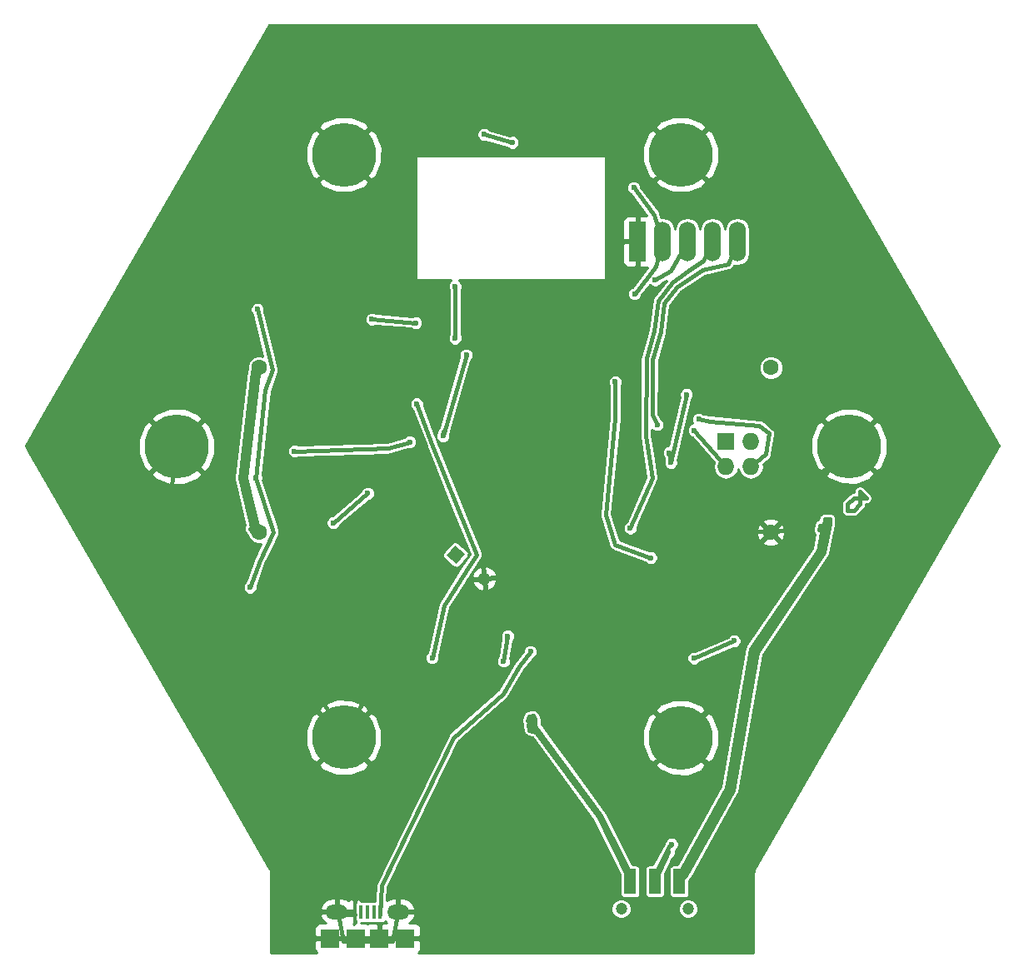
<source format=gbl>
G04 #@! TF.FileFunction,Copper,L2,Bot,Signal*
%FSLAX46Y46*%
G04 Gerber Fmt 4.6, Leading zero omitted, Abs format (unit mm)*
G04 Created by KiCad (PCBNEW 4.0.2+dfsg1-stable) date Tue 23 Oct 2018 01:13:40 AM EDT*
%MOMM*%
G01*
G04 APERTURE LIST*
%ADD10C,0.100000*%
%ADD11R,0.390000X1.350000*%
%ADD12R,1.900000X1.900000*%
%ADD13O,2.250000X1.500000*%
%ADD14C,1.600000*%
%ADD15C,6.500000*%
%ADD16R,1.727200X4.032000*%
%ADD17O,1.727200X4.032000*%
%ADD18C,1.200000*%
%ADD19R,1.200000X2.500000*%
%ADD20C,1.300000*%
%ADD21R,1.727200X1.727200*%
%ADD22O,1.727200X1.727200*%
%ADD23C,0.600000*%
%ADD24C,0.381000*%
%ADD25C,0.254000*%
G04 APERTURE END LIST*
D10*
D11*
X62790000Y-123550000D03*
X62140000Y-123550000D03*
X61490000Y-123550000D03*
X60840000Y-123550000D03*
X60190000Y-123550000D03*
D12*
X57690000Y-126250000D03*
X65290000Y-126250000D03*
D13*
X58390000Y-123550000D03*
X64590000Y-123550000D03*
D12*
X62690000Y-126250000D03*
X60290000Y-126250000D03*
D14*
X102480000Y-68240000D03*
X50480000Y-68240000D03*
D15*
X59080000Y-46570000D03*
D16*
X88920000Y-55410000D03*
D17*
X91460000Y-55410000D03*
X94000000Y-55410000D03*
X96540000Y-55410000D03*
X99080000Y-55410000D03*
D18*
X94070000Y-123250000D03*
X87270000Y-123250000D03*
D19*
X93170000Y-120450000D03*
X90670000Y-120450000D03*
X88170000Y-120450000D03*
D10*
G36*
X69524259Y-87310117D02*
X70359883Y-86314259D01*
X71355741Y-87149883D01*
X70520117Y-88145741D01*
X69524259Y-87310117D01*
X69524259Y-87310117D01*
G37*
D20*
X73350969Y-89672593D03*
D14*
X50480000Y-84950000D03*
X102460000Y-84950000D03*
D15*
X93300000Y-105840000D03*
X42105000Y-76245000D03*
X110420000Y-76210000D03*
X59070000Y-105830000D03*
X93310000Y-46570000D03*
D21*
X97900000Y-75770000D03*
D22*
X100440000Y-75770000D03*
X97900000Y-78310000D03*
X100440000Y-78310000D03*
D23*
X71522000Y-66946000D03*
X69161237Y-75172213D03*
X65780000Y-75780000D03*
X92140000Y-76890000D03*
X54070000Y-76710000D03*
X73320000Y-44520000D03*
X76200000Y-45340000D03*
X66380000Y-63680000D03*
X92380000Y-116690000D03*
X92070000Y-117450000D03*
X92320000Y-77880000D03*
X93900000Y-70960000D03*
X50290000Y-62310000D03*
X50140000Y-79480000D03*
X49560000Y-90570000D03*
X61940000Y-63310000D03*
X80390000Y-110990000D03*
X72420000Y-112680000D03*
X67670000Y-89330000D03*
X80240000Y-68340000D03*
X62540000Y-97280000D03*
X79400000Y-90480000D03*
X74630000Y-79510000D03*
X45510000Y-61960000D03*
X40980000Y-60910000D03*
X89040000Y-54570000D03*
X62240000Y-83000000D03*
X63950000Y-74860000D03*
X81550000Y-94030000D03*
X56240000Y-80930000D03*
X51640000Y-79110000D03*
X58180000Y-74630000D03*
X60340000Y-73550000D03*
X57250000Y-82710000D03*
X96830000Y-85090000D03*
X88540000Y-49940000D03*
X88630000Y-60730000D03*
X94660000Y-97760000D03*
X98740000Y-96010000D03*
X70390000Y-59950000D03*
X70390000Y-65250000D03*
X90280000Y-87550000D03*
X86670000Y-69680000D03*
X90930000Y-74030000D03*
X94700000Y-74600000D03*
X58010000Y-84010000D03*
X61510000Y-81010000D03*
X90720000Y-59320000D03*
X78040000Y-97090000D03*
X88190000Y-84550000D03*
X78180000Y-103990000D03*
X78210000Y-104760000D03*
X75320000Y-98080000D03*
X75730000Y-95510000D03*
X107700000Y-84510000D03*
X108170000Y-83880000D03*
X66490000Y-71930000D03*
X68050000Y-97720000D03*
X95140000Y-73470000D03*
D24*
X111535000Y-82115000D02*
X111535000Y-80845000D01*
X111535000Y-80845000D02*
X112170000Y-81480000D01*
X112170000Y-81480000D02*
X110900000Y-81480000D01*
X110900000Y-81480000D02*
X110265000Y-82115000D01*
X110265000Y-82115000D02*
X110265000Y-82750000D01*
X110265000Y-82750000D02*
X110900000Y-82750000D01*
X110900000Y-82750000D02*
X111535000Y-82115000D01*
X69161237Y-75172213D02*
X71522000Y-66946000D01*
X69161237Y-74747949D02*
X69161237Y-75172213D01*
X54070000Y-76710000D02*
X63630000Y-76440000D01*
X63630000Y-76440000D02*
X65780000Y-75780000D01*
X92140000Y-76890000D02*
X92320000Y-77880000D01*
X73320000Y-44520000D02*
X76200000Y-45340000D01*
X61940000Y-63310000D02*
X66380000Y-63680000D01*
X90670000Y-120450000D02*
X91020000Y-119050000D01*
X91020000Y-119050000D02*
X92140000Y-116870000D01*
X92140000Y-116870000D02*
X92380000Y-116690000D01*
X92070000Y-117450000D02*
X90670000Y-120450000D01*
X92320000Y-77880000D02*
X93900000Y-70960000D01*
X50140000Y-79480000D02*
X51100000Y-70520000D01*
X51100000Y-70520000D02*
X51830000Y-68430000D01*
X51830000Y-68430000D02*
X50290000Y-62310000D01*
X50140000Y-79480000D02*
X51930000Y-84930000D01*
X51930000Y-84930000D02*
X50530000Y-87830000D01*
X50530000Y-87830000D02*
X49560000Y-90570000D01*
X103636442Y-84764870D02*
X102460000Y-84950000D01*
X72420000Y-112680000D02*
X80390000Y-110990000D01*
X72420000Y-112680000D02*
X72390000Y-112680000D01*
X63990000Y-126550000D02*
X64490000Y-123850000D01*
X58990000Y-126550000D02*
X63990000Y-126550000D01*
X58490000Y-123850000D02*
X58990000Y-126550000D01*
X60190000Y-123850000D02*
X58490000Y-123850000D01*
X62240000Y-83000000D02*
X67670000Y-89330000D01*
X80240000Y-68340000D02*
X80300000Y-68450000D01*
X61493576Y-97322061D02*
X62540000Y-97280000D01*
X79400000Y-90480000D02*
X79390000Y-90480000D01*
X79390000Y-90480000D02*
X78826550Y-91338591D01*
X74630000Y-79510000D02*
X74620000Y-79510000D01*
X45510000Y-61960000D02*
X40980000Y-60910000D01*
X89040000Y-54570000D02*
X88920000Y-55410000D01*
X59540000Y-91450000D02*
X62240000Y-83000000D01*
X60400000Y-73520000D02*
X63950000Y-74860000D01*
X62298000Y-99740000D02*
X61493576Y-97322061D01*
X61493576Y-97322061D02*
X59540000Y-91450000D01*
X81550000Y-94030000D02*
X78826550Y-91338591D01*
X78826550Y-91338591D02*
X76450000Y-88990000D01*
X59250000Y-105455000D02*
X41420000Y-81520000D01*
X41420000Y-81520000D02*
X42105000Y-76245000D01*
X62298000Y-99740000D02*
X59250000Y-105455000D01*
X56240000Y-80930000D02*
X51640000Y-79110000D01*
X58180000Y-74630000D02*
X60400000Y-73520000D01*
X60400000Y-73520000D02*
X60340000Y-73550000D01*
X59540000Y-91450000D02*
X55470000Y-87410000D01*
X57250000Y-82710000D02*
X55470000Y-87410000D01*
X76450000Y-88990000D02*
X73210000Y-83992000D01*
X103864000Y-84754000D02*
X103636442Y-84764870D01*
X103636442Y-84764870D02*
X96830000Y-85090000D01*
X103864000Y-84754000D02*
X110050000Y-76245000D01*
X91460000Y-55410000D02*
X90580000Y-52680000D01*
X90580000Y-52680000D02*
X88540000Y-49940000D01*
X88630000Y-60730000D02*
X90780000Y-57970000D01*
X90780000Y-57970000D02*
X91460000Y-55410000D01*
X94660000Y-97760000D02*
X98740000Y-96010000D01*
X70390000Y-59950000D02*
X70390000Y-65250000D01*
X90280000Y-87550000D02*
X86640000Y-86210000D01*
X86640000Y-86210000D02*
X85690000Y-83150000D01*
X85690000Y-83150000D02*
X86670000Y-73350000D01*
X86670000Y-73350000D02*
X86670000Y-69680000D01*
X99080000Y-55410000D02*
X98120000Y-57710000D01*
X98120000Y-57710000D02*
X95500000Y-58300000D01*
X95500000Y-58300000D02*
X92870000Y-60030000D01*
X92870000Y-60030000D02*
X91650000Y-61710000D01*
X91650000Y-61710000D02*
X91290000Y-64560000D01*
X91290000Y-64560000D02*
X90470000Y-67450000D01*
X90470000Y-67450000D02*
X90420000Y-73060000D01*
X90420000Y-73060000D02*
X90930000Y-74030000D01*
X97900000Y-78310000D02*
X94700000Y-74600000D01*
X58010000Y-84010000D02*
X61510000Y-81010000D01*
X90720000Y-59320000D02*
X92270000Y-58380000D01*
X92270000Y-58380000D02*
X94000000Y-55410000D01*
X62790000Y-123850000D02*
X62840000Y-122280000D01*
X62840000Y-122280000D02*
X62950000Y-120900000D01*
X62950000Y-120900000D02*
X70210000Y-105860000D01*
X70210000Y-105860000D02*
X75300000Y-101370000D01*
X75300000Y-101370000D02*
X76920000Y-98600000D01*
X76920000Y-98600000D02*
X78040000Y-97090000D01*
X90400000Y-79430000D02*
X88190000Y-84550000D01*
X91040000Y-61450000D02*
X92460000Y-59570000D01*
X92460000Y-59570000D02*
X94110000Y-58350000D01*
X94110000Y-58350000D02*
X95630000Y-57360000D01*
X95630000Y-57360000D02*
X96540000Y-55410000D01*
X91040000Y-61450000D02*
X90610000Y-64510000D01*
X90610000Y-64510000D02*
X89820000Y-67270000D01*
X89820000Y-67270000D02*
X89760000Y-75120000D01*
X89760000Y-75120000D02*
X90400000Y-79430000D01*
X78595559Y-105284452D02*
X77940000Y-105080000D01*
X77940000Y-105080000D02*
X77800000Y-104540000D01*
X77800000Y-104540000D02*
X78060000Y-104420000D01*
X78060000Y-104420000D02*
X77760000Y-104120000D01*
X77760000Y-104120000D02*
X77880000Y-103680000D01*
X77880000Y-103680000D02*
X78290000Y-103560000D01*
X78290000Y-103560000D02*
X78530000Y-103970000D01*
X78530000Y-103970000D02*
X78530000Y-104668640D01*
X88170000Y-120450000D02*
X87890000Y-119070000D01*
X87890000Y-119070000D02*
X85220000Y-113750000D01*
X85220000Y-113750000D02*
X78530000Y-104668640D01*
X78530000Y-104668640D02*
X78310000Y-104370000D01*
X78310000Y-104370000D02*
X78180000Y-103990000D01*
X78210000Y-104760000D02*
X78595559Y-105284452D01*
X78595559Y-105284452D02*
X84900000Y-113860000D01*
X84900000Y-113860000D02*
X88170000Y-120450000D01*
X75320000Y-98080000D02*
X75730000Y-95510000D01*
X108480000Y-84110000D02*
X108480000Y-83600000D01*
X108480000Y-83600000D02*
X107930000Y-83630000D01*
X107930000Y-83630000D02*
X107900000Y-84190000D01*
X107900000Y-84190000D02*
X107480000Y-84250000D01*
X107480000Y-84250000D02*
X107380000Y-84740000D01*
X107380000Y-84740000D02*
X107700000Y-84510000D01*
X93170000Y-120450000D02*
X93860000Y-119840000D01*
X93860000Y-119840000D02*
X98660000Y-111180000D01*
X98660000Y-111180000D02*
X101080000Y-97160000D01*
X101080000Y-97160000D02*
X107900000Y-86970000D01*
X107900000Y-86970000D02*
X108480000Y-84110000D01*
X108480000Y-84110000D02*
X108170000Y-83880000D01*
X107700000Y-84510000D02*
X107260000Y-86810000D01*
X107260000Y-86810000D02*
X100470000Y-96830000D01*
X100470000Y-96830000D02*
X98000000Y-110990000D01*
X98000000Y-110990000D02*
X93520000Y-119090000D01*
X93520000Y-119090000D02*
X93170000Y-120450000D01*
X93170000Y-120450000D02*
X98350000Y-111090000D01*
X98350000Y-111090000D02*
X100750000Y-97010000D01*
X100750000Y-97010000D02*
X107610000Y-86850000D01*
X107610000Y-86850000D02*
X108170000Y-83880000D01*
X50480000Y-84950000D02*
X49830000Y-84950000D01*
X49830000Y-84950000D02*
X49530000Y-84650000D01*
X50480000Y-84950000D02*
X49730000Y-84430000D01*
X49730000Y-84430000D02*
X48530000Y-79430000D01*
X48530000Y-79430000D02*
X49830000Y-68630000D01*
X49830000Y-68630000D02*
X50480000Y-68240000D01*
X50480000Y-68240000D02*
X50030000Y-69030000D01*
X50030000Y-69030000D02*
X48830000Y-79430000D01*
X48830000Y-79430000D02*
X50030000Y-84230000D01*
X50030000Y-84230000D02*
X50480000Y-84950000D01*
X50480000Y-84950000D02*
X49130000Y-79430000D01*
X49130000Y-79430000D02*
X50480000Y-68240000D01*
X69310000Y-92380000D02*
X68050000Y-97720000D01*
X71440000Y-88960000D02*
X69310000Y-92380000D01*
X72560000Y-87230000D02*
X71440000Y-88960000D01*
X70520000Y-82260000D02*
X72560000Y-87230000D01*
X68030000Y-75980000D02*
X70520000Y-82260000D01*
X66490000Y-71930000D02*
X68030000Y-75980000D01*
X100440000Y-78310000D02*
X101940000Y-77030000D01*
X101940000Y-77030000D02*
X102280000Y-74920000D01*
X102280000Y-74920000D02*
X101300000Y-74120000D01*
X101300000Y-74120000D02*
X96240000Y-73670000D01*
X96240000Y-73670000D02*
X95140000Y-73470000D01*
D25*
G36*
X125649208Y-76200000D02*
X100786906Y-119262770D01*
X100776792Y-119292565D01*
X100759309Y-119318730D01*
X100747137Y-119379924D01*
X100727080Y-119439009D01*
X100729138Y-119470411D01*
X100723000Y-119501270D01*
X100723000Y-127684524D01*
X66653501Y-127684524D01*
X66778327Y-127559699D01*
X66875000Y-127326310D01*
X66875000Y-126535750D01*
X66716250Y-126377000D01*
X65417000Y-126377000D01*
X65417000Y-126397000D01*
X65163000Y-126397000D01*
X65163000Y-126377000D01*
X62817000Y-126377000D01*
X62817000Y-126397000D01*
X62563000Y-126397000D01*
X62563000Y-126377000D01*
X60417000Y-126377000D01*
X60417000Y-126397000D01*
X60163000Y-126397000D01*
X60163000Y-126377000D01*
X57817000Y-126377000D01*
X57817000Y-126397000D01*
X57563000Y-126397000D01*
X57563000Y-126377000D01*
X56263750Y-126377000D01*
X56105000Y-126535750D01*
X56105000Y-127326310D01*
X56201673Y-127559699D01*
X56326499Y-127684524D01*
X51677000Y-127684524D01*
X51677000Y-125173690D01*
X56105000Y-125173690D01*
X56105000Y-125964250D01*
X56263750Y-126123000D01*
X57563000Y-126123000D01*
X57563000Y-126103000D01*
X57817000Y-126103000D01*
X57817000Y-126123000D01*
X60163000Y-126123000D01*
X60163000Y-126103000D01*
X60417000Y-126103000D01*
X60417000Y-126123000D01*
X62563000Y-126123000D01*
X62563000Y-124823750D01*
X62404250Y-124665000D01*
X61613691Y-124665000D01*
X61490000Y-124716235D01*
X61366309Y-124665000D01*
X60843026Y-124665000D01*
X60847661Y-124660365D01*
X61035000Y-124660365D01*
X61169774Y-124635006D01*
X61295000Y-124660365D01*
X61685000Y-124660365D01*
X61819774Y-124635006D01*
X61945000Y-124660365D01*
X62335000Y-124660365D01*
X62469774Y-124635006D01*
X62595000Y-124660365D01*
X62985000Y-124660365D01*
X63143237Y-124630591D01*
X63276187Y-124545040D01*
X63424382Y-124665000D01*
X62975750Y-124665000D01*
X62817000Y-124823750D01*
X62817000Y-126123000D01*
X65163000Y-126123000D01*
X65163000Y-126103000D01*
X65417000Y-126103000D01*
X65417000Y-126123000D01*
X66716250Y-126123000D01*
X66875000Y-125964250D01*
X66875000Y-125173690D01*
X66778327Y-124940301D01*
X66599698Y-124761673D01*
X66366309Y-124665000D01*
X65755618Y-124665000D01*
X66034145Y-124439540D01*
X66293173Y-123962684D01*
X66307318Y-123891185D01*
X66184656Y-123677000D01*
X64717000Y-123677000D01*
X64717000Y-123697000D01*
X64463000Y-123697000D01*
X64463000Y-123677000D01*
X64443000Y-123677000D01*
X64443000Y-123453387D01*
X86242822Y-123453387D01*
X86398844Y-123830989D01*
X86687492Y-124120140D01*
X87064821Y-124276821D01*
X87473387Y-124277178D01*
X87850989Y-124121156D01*
X88140140Y-123832508D01*
X88296821Y-123455179D01*
X88296822Y-123453387D01*
X93042822Y-123453387D01*
X93198844Y-123830989D01*
X93487492Y-124120140D01*
X93864821Y-124276821D01*
X94273387Y-124277178D01*
X94650989Y-124121156D01*
X94940140Y-123832508D01*
X95096821Y-123455179D01*
X95097178Y-123046613D01*
X94941156Y-122669011D01*
X94652508Y-122379860D01*
X94275179Y-122223179D01*
X93866613Y-122222822D01*
X93489011Y-122378844D01*
X93199860Y-122667492D01*
X93043179Y-123044821D01*
X93042822Y-123453387D01*
X88296822Y-123453387D01*
X88297178Y-123046613D01*
X88141156Y-122669011D01*
X87852508Y-122379860D01*
X87475179Y-122223179D01*
X87066613Y-122222822D01*
X86689011Y-122378844D01*
X86399860Y-122667492D01*
X86243179Y-123044821D01*
X86242822Y-123453387D01*
X64443000Y-123453387D01*
X64443000Y-123423000D01*
X64463000Y-123423000D01*
X64463000Y-122165000D01*
X64717000Y-122165000D01*
X64717000Y-123423000D01*
X66184656Y-123423000D01*
X66307318Y-123208815D01*
X66293173Y-123137316D01*
X66034145Y-122660460D01*
X65612349Y-122319028D01*
X65092000Y-122165000D01*
X64717000Y-122165000D01*
X64463000Y-122165000D01*
X64088000Y-122165000D01*
X63567651Y-122319028D01*
X63453631Y-122411324D01*
X63456718Y-122314390D01*
X63556361Y-121064316D01*
X70711935Y-106240649D01*
X73115966Y-104120000D01*
X77142501Y-104120000D01*
X77150179Y-104158603D01*
X77147430Y-104197873D01*
X77173482Y-104275758D01*
X77189504Y-104356307D01*
X77210830Y-104388223D01*
X77210247Y-104391915D01*
X77188458Y-104454428D01*
X77191634Y-104509763D01*
X77182986Y-104564514D01*
X77198469Y-104628882D01*
X77202262Y-104694969D01*
X77342262Y-105234969D01*
X77373108Y-105298821D01*
X77393163Y-105366836D01*
X77425015Y-105406271D01*
X77447066Y-105451917D01*
X77499997Y-105499102D01*
X77544555Y-105554268D01*
X77589077Y-105578513D01*
X77626915Y-105612244D01*
X77693874Y-105635582D01*
X77756151Y-105669496D01*
X78218141Y-105813579D01*
X84370701Y-114182534D01*
X87134635Y-119752662D01*
X87134635Y-121700000D01*
X87164409Y-121858237D01*
X87257927Y-122003567D01*
X87400619Y-122101064D01*
X87570000Y-122135365D01*
X88770000Y-122135365D01*
X88928237Y-122105591D01*
X89073567Y-122012073D01*
X89171064Y-121869381D01*
X89205365Y-121700000D01*
X89205365Y-119200000D01*
X89634635Y-119200000D01*
X89634635Y-121700000D01*
X89664409Y-121858237D01*
X89757927Y-122003567D01*
X89900619Y-122101064D01*
X90070000Y-122135365D01*
X91270000Y-122135365D01*
X91428237Y-122105591D01*
X91573567Y-122012073D01*
X91671064Y-121869381D01*
X91705365Y-121700000D01*
X91705365Y-119691567D01*
X91934762Y-119200000D01*
X92134635Y-119200000D01*
X92134635Y-121700000D01*
X92164409Y-121858237D01*
X92257927Y-122003567D01*
X92400619Y-122101064D01*
X92570000Y-122135365D01*
X93770000Y-122135365D01*
X93928237Y-122105591D01*
X94073567Y-122012073D01*
X94171064Y-121869381D01*
X94205365Y-121700000D01*
X94205365Y-120358886D01*
X94268995Y-120302633D01*
X94332416Y-120219295D01*
X94400086Y-120139355D01*
X99200086Y-111479355D01*
X99231498Y-111381215D01*
X99268502Y-111285034D01*
X101666176Y-97394376D01*
X108413170Y-87313456D01*
X108458965Y-87203137D01*
X108505181Y-87092729D01*
X109085181Y-84232729D01*
X109085412Y-84170769D01*
X109097500Y-84110000D01*
X109097500Y-83600000D01*
X109094171Y-83583264D01*
X109096584Y-83566368D01*
X109070777Y-83465653D01*
X109050496Y-83363693D01*
X109041015Y-83349504D01*
X109036779Y-83332972D01*
X108974395Y-83249800D01*
X108916638Y-83163362D01*
X108902449Y-83153881D01*
X108892209Y-83140229D01*
X108802747Y-83087262D01*
X108716307Y-83029504D01*
X108699571Y-83026175D01*
X108684885Y-83017480D01*
X108581962Y-83002781D01*
X108480000Y-82982500D01*
X108463262Y-82985829D01*
X108446369Y-82983417D01*
X107896368Y-83013417D01*
X107811387Y-83035192D01*
X107724550Y-83047680D01*
X107695592Y-83064863D01*
X107662972Y-83073221D01*
X107592789Y-83125863D01*
X107517345Y-83170629D01*
X107497166Y-83197586D01*
X107470229Y-83217791D01*
X107425535Y-83293279D01*
X107372962Y-83363513D01*
X107364635Y-83396140D01*
X107347480Y-83425116D01*
X107335077Y-83511963D01*
X107313384Y-83596967D01*
X107309721Y-83665347D01*
X107264895Y-83683654D01*
X107165388Y-83718657D01*
X107153844Y-83729008D01*
X107139490Y-83734870D01*
X107064534Y-83809085D01*
X106986000Y-83879500D01*
X106979296Y-83893480D01*
X106968278Y-83904389D01*
X106927431Y-84001634D01*
X106881819Y-84096748D01*
X106880975Y-84112231D01*
X106874971Y-84126525D01*
X106774971Y-84616525D01*
X106774910Y-84628796D01*
X106770606Y-84640281D01*
X106774314Y-84748828D01*
X106773774Y-84857458D01*
X106778412Y-84868815D01*
X106778831Y-84881077D01*
X106823803Y-84979956D01*
X106864870Y-85080510D01*
X106873502Y-85089228D01*
X106878581Y-85100395D01*
X106946264Y-85163606D01*
X106677413Y-86568965D01*
X99958814Y-96483597D01*
X99955134Y-96492320D01*
X99948597Y-96499174D01*
X99908430Y-96603027D01*
X99865163Y-96705588D01*
X99865101Y-96715056D01*
X99861685Y-96723889D01*
X97409491Y-110781812D01*
X92994299Y-118764635D01*
X92570000Y-118764635D01*
X92411763Y-118794409D01*
X92266433Y-118887927D01*
X92168936Y-119030619D01*
X92134635Y-119200000D01*
X91934762Y-119200000D01*
X92459434Y-118075704D01*
X92481275Y-118066680D01*
X92685961Y-117862350D01*
X92796874Y-117595244D01*
X92797126Y-117306025D01*
X92795609Y-117302354D01*
X92995961Y-117102350D01*
X93106874Y-116835244D01*
X93107126Y-116546025D01*
X92996680Y-116278725D01*
X92792350Y-116074039D01*
X92525244Y-115963126D01*
X92236025Y-115962874D01*
X91968725Y-116073320D01*
X91764039Y-116277650D01*
X91684056Y-116470268D01*
X91676951Y-116479219D01*
X91608657Y-116555387D01*
X91602424Y-116573107D01*
X91590748Y-116587816D01*
X90472382Y-118764635D01*
X90070000Y-118764635D01*
X89911763Y-118794409D01*
X89766433Y-118887927D01*
X89668936Y-119030619D01*
X89634635Y-119200000D01*
X89205365Y-119200000D01*
X89175591Y-119041763D01*
X89082073Y-118896433D01*
X88939381Y-118798936D01*
X88770000Y-118764635D01*
X88427649Y-118764635D01*
X85771893Y-113473016D01*
X85739533Y-113431449D01*
X85717162Y-113383754D01*
X82205604Y-108616978D01*
X90702627Y-108616978D01*
X91075658Y-109117608D01*
X92499262Y-109719333D01*
X94044772Y-109730466D01*
X95476896Y-109149311D01*
X95524342Y-109117608D01*
X95897373Y-108616978D01*
X93300000Y-106019605D01*
X90702627Y-108616978D01*
X82205604Y-108616978D01*
X80708531Y-106584772D01*
X89409534Y-106584772D01*
X89990689Y-108016896D01*
X90022392Y-108064342D01*
X90523022Y-108437373D01*
X93120395Y-105840000D01*
X93479605Y-105840000D01*
X96076978Y-108437373D01*
X96577608Y-108064342D01*
X97179333Y-106640738D01*
X97190466Y-105095228D01*
X96609311Y-103663104D01*
X96577608Y-103615658D01*
X96076978Y-103242627D01*
X93479605Y-105840000D01*
X93120395Y-105840000D01*
X90523022Y-103242627D01*
X90022392Y-103615658D01*
X89420667Y-105039262D01*
X89409534Y-106584772D01*
X80708531Y-106584772D01*
X79147500Y-104465747D01*
X79147500Y-103970000D01*
X79139193Y-103928240D01*
X79141724Y-103885734D01*
X79115898Y-103811127D01*
X79100496Y-103733693D01*
X79076839Y-103698288D01*
X79062911Y-103658052D01*
X78822911Y-103248052D01*
X78792411Y-103213690D01*
X78771148Y-103172956D01*
X78713168Y-103124415D01*
X78662969Y-103067861D01*
X78653007Y-103063022D01*
X90702627Y-103063022D01*
X93300000Y-105660395D01*
X95897373Y-103063022D01*
X95524342Y-102562392D01*
X94100738Y-101960667D01*
X92555228Y-101949534D01*
X91123104Y-102530689D01*
X91075658Y-102562392D01*
X90702627Y-103063022D01*
X78653007Y-103063022D01*
X78621637Y-103047786D01*
X78586407Y-103018291D01*
X78514260Y-102995631D01*
X78446244Y-102962595D01*
X78400382Y-102959865D01*
X78356541Y-102946095D01*
X78281216Y-102952770D01*
X78205734Y-102948276D01*
X78162313Y-102963306D01*
X78116545Y-102967362D01*
X77706545Y-103087362D01*
X77642325Y-103120884D01*
X77573634Y-103143861D01*
X77536535Y-103176104D01*
X77492956Y-103198852D01*
X77446456Y-103254395D01*
X77391783Y-103301912D01*
X77369845Y-103345903D01*
X77338291Y-103383593D01*
X77316586Y-103452699D01*
X77284258Y-103517525D01*
X77164258Y-103957525D01*
X77158522Y-104039457D01*
X77142501Y-104120000D01*
X73115966Y-104120000D01*
X75708491Y-101833078D01*
X75767965Y-101755104D01*
X75833034Y-101681738D01*
X77436027Y-98940817D01*
X78205075Y-97903975D01*
X93932874Y-97903975D01*
X94043320Y-98171275D01*
X94247650Y-98375961D01*
X94514756Y-98486874D01*
X94803975Y-98487126D01*
X95071275Y-98376680D01*
X95275961Y-98172350D01*
X95278307Y-98166700D01*
X98611809Y-96736889D01*
X98883975Y-96737126D01*
X99151275Y-96626680D01*
X99355961Y-96422350D01*
X99466874Y-96155244D01*
X99467126Y-95866025D01*
X99356680Y-95598725D01*
X99152350Y-95394039D01*
X98885244Y-95283126D01*
X98596025Y-95282874D01*
X98328725Y-95393320D01*
X98124039Y-95597650D01*
X98121693Y-95603300D01*
X94788191Y-97033111D01*
X94516025Y-97032874D01*
X94248725Y-97143320D01*
X94044039Y-97347650D01*
X93933126Y-97614756D01*
X93932874Y-97903975D01*
X78205075Y-97903975D01*
X78307285Y-97766175D01*
X78451275Y-97706680D01*
X78655961Y-97502350D01*
X78766874Y-97235244D01*
X78767126Y-96946025D01*
X78656680Y-96678725D01*
X78452350Y-96474039D01*
X78185244Y-96363126D01*
X77896025Y-96362874D01*
X77628725Y-96473320D01*
X77424039Y-96677650D01*
X77313126Y-96944756D01*
X77313049Y-97033555D01*
X76424036Y-98232133D01*
X76409509Y-98262844D01*
X76386966Y-98288261D01*
X74817075Y-100972582D01*
X69801509Y-105396922D01*
X69800455Y-105398303D01*
X69798956Y-105399186D01*
X69727408Y-105494074D01*
X69655391Y-105588494D01*
X69654946Y-105590175D01*
X69653899Y-105591563D01*
X62393899Y-120631563D01*
X62365409Y-120741589D01*
X62334452Y-120850935D01*
X62224452Y-122230935D01*
X62226194Y-122245784D01*
X62222813Y-122260344D01*
X62217103Y-122439635D01*
X61945000Y-122439635D01*
X61810226Y-122464994D01*
X61685000Y-122439635D01*
X61295000Y-122439635D01*
X61160226Y-122464994D01*
X61035000Y-122439635D01*
X60847661Y-122439635D01*
X60744698Y-122336673D01*
X60511309Y-122240000D01*
X60446250Y-122240000D01*
X60287500Y-122398750D01*
X60287500Y-122641861D01*
X60243936Y-122705619D01*
X60209635Y-122875000D01*
X60209635Y-124225000D01*
X60239409Y-124383237D01*
X60287500Y-124457972D01*
X60287500Y-124665000D01*
X60162998Y-124665000D01*
X60162998Y-124823748D01*
X60066500Y-124727250D01*
X60092500Y-124701250D01*
X60092500Y-123963923D01*
X60093173Y-123962684D01*
X60107318Y-123891185D01*
X60092500Y-123865311D01*
X60092500Y-123677000D01*
X58517000Y-123677000D01*
X58517000Y-123697000D01*
X58263000Y-123697000D01*
X58263000Y-123677000D01*
X56795344Y-123677000D01*
X56672682Y-123891185D01*
X56686827Y-123962684D01*
X56945855Y-124439540D01*
X57224382Y-124665000D01*
X56613691Y-124665000D01*
X56380302Y-124761673D01*
X56201673Y-124940301D01*
X56105000Y-125173690D01*
X51677000Y-125173690D01*
X51677000Y-123208815D01*
X56672682Y-123208815D01*
X56795344Y-123423000D01*
X58263000Y-123423000D01*
X58263000Y-122165000D01*
X58517000Y-122165000D01*
X58517000Y-123423000D01*
X60092500Y-123423000D01*
X60092500Y-123234689D01*
X60107318Y-123208815D01*
X60093173Y-123137316D01*
X60092500Y-123136077D01*
X60092500Y-122398750D01*
X59933750Y-122240000D01*
X59868691Y-122240000D01*
X59635302Y-122336673D01*
X59545315Y-122426660D01*
X59412349Y-122319028D01*
X58892000Y-122165000D01*
X58517000Y-122165000D01*
X58263000Y-122165000D01*
X57888000Y-122165000D01*
X57367651Y-122319028D01*
X56945855Y-122660460D01*
X56686827Y-123137316D01*
X56672682Y-123208815D01*
X51677000Y-123208815D01*
X51677000Y-119501270D01*
X51670862Y-119470411D01*
X51672920Y-119439009D01*
X51652863Y-119379924D01*
X51640691Y-119318730D01*
X51623208Y-119292565D01*
X51613094Y-119262770D01*
X45460971Y-108606978D01*
X56472627Y-108606978D01*
X56845658Y-109107608D01*
X58269262Y-109709333D01*
X59814772Y-109720466D01*
X61246896Y-109139311D01*
X61294342Y-109107608D01*
X61667373Y-108606978D01*
X59070000Y-106009605D01*
X56472627Y-108606978D01*
X45460971Y-108606978D01*
X44287676Y-106574772D01*
X55179534Y-106574772D01*
X55760689Y-108006896D01*
X55792392Y-108054342D01*
X56293022Y-108427373D01*
X58890395Y-105830000D01*
X59249605Y-105830000D01*
X61846978Y-108427373D01*
X62347608Y-108054342D01*
X62949333Y-106630738D01*
X62960466Y-105085228D01*
X62379311Y-103653104D01*
X62347608Y-103605658D01*
X61846978Y-103232627D01*
X59249605Y-105830000D01*
X58890395Y-105830000D01*
X56293022Y-103232627D01*
X55792392Y-103605658D01*
X55190667Y-105029262D01*
X55179534Y-106574772D01*
X44287676Y-106574772D01*
X42254393Y-103053022D01*
X56472627Y-103053022D01*
X59070000Y-105650395D01*
X61667373Y-103053022D01*
X61294342Y-102552392D01*
X59870738Y-101950667D01*
X58325228Y-101939534D01*
X56893104Y-102520689D01*
X56845658Y-102552392D01*
X56472627Y-103053022D01*
X42254393Y-103053022D01*
X28380063Y-79021978D01*
X39507627Y-79021978D01*
X39880658Y-79522608D01*
X41304262Y-80124333D01*
X42849772Y-80135466D01*
X44281896Y-79554311D01*
X44329342Y-79522608D01*
X44453333Y-79356204D01*
X47916925Y-79356204D01*
X47925274Y-79465045D01*
X47929551Y-79574108D01*
X49056288Y-84268846D01*
X48959504Y-84413693D01*
X48912501Y-84650000D01*
X48959504Y-84886307D01*
X49093362Y-85086638D01*
X49290156Y-85283432D01*
X49439194Y-85644131D01*
X49784053Y-85989593D01*
X50234864Y-86176786D01*
X50642240Y-86177142D01*
X49973909Y-87561542D01*
X49965350Y-87594590D01*
X49947900Y-87623928D01*
X49109344Y-89992632D01*
X48944039Y-90157650D01*
X48833126Y-90424756D01*
X48832874Y-90713975D01*
X48943320Y-90981275D01*
X49147650Y-91185961D01*
X49414756Y-91296874D01*
X49703975Y-91297126D01*
X49971275Y-91186680D01*
X50175961Y-90982350D01*
X50286874Y-90715244D01*
X50287126Y-90426025D01*
X50275760Y-90398517D01*
X51100803Y-88067983D01*
X51451245Y-87342066D01*
X69090068Y-87342066D01*
X69136706Y-87508474D01*
X69244412Y-87643626D01*
X70240270Y-88479250D01*
X70380625Y-88558154D01*
X70552066Y-88579932D01*
X70718474Y-88533294D01*
X70853626Y-88425588D01*
X71689250Y-87429730D01*
X71768154Y-87289375D01*
X71789932Y-87117934D01*
X71743294Y-86951526D01*
X71635588Y-86816374D01*
X70639730Y-85980750D01*
X70499375Y-85901846D01*
X70327934Y-85880068D01*
X70161526Y-85926706D01*
X70026374Y-86034412D01*
X69190750Y-87030270D01*
X69111846Y-87170625D01*
X69090068Y-87342066D01*
X51451245Y-87342066D01*
X52486090Y-85198458D01*
X52514902Y-85087204D01*
X52545748Y-84976489D01*
X52545054Y-84970780D01*
X52546495Y-84965216D01*
X52530542Y-84851428D01*
X52516667Y-84737314D01*
X52325075Y-84153975D01*
X57282874Y-84153975D01*
X57393320Y-84421275D01*
X57597650Y-84625961D01*
X57864756Y-84736874D01*
X58153975Y-84737126D01*
X58421275Y-84626680D01*
X58625961Y-84422350D01*
X58707852Y-84225137D01*
X61610575Y-81737088D01*
X61653975Y-81737126D01*
X61921275Y-81626680D01*
X62125961Y-81422350D01*
X62236874Y-81155244D01*
X62237126Y-80866025D01*
X62126680Y-80598725D01*
X61922350Y-80394039D01*
X61655244Y-80283126D01*
X61366025Y-80282874D01*
X61098725Y-80393320D01*
X60894039Y-80597650D01*
X60812149Y-80794863D01*
X57909424Y-83282912D01*
X57866025Y-83282874D01*
X57598725Y-83393320D01*
X57394039Y-83597650D01*
X57283126Y-83864756D01*
X57282874Y-84153975D01*
X52325075Y-84153975D01*
X50850560Y-79664532D01*
X50866874Y-79625244D01*
X50867126Y-79336025D01*
X50795129Y-79161780D01*
X51042394Y-76853975D01*
X53342874Y-76853975D01*
X53453320Y-77121275D01*
X53657650Y-77325961D01*
X53924756Y-77436874D01*
X54213975Y-77437126D01*
X54481275Y-77326680D01*
X54492150Y-77315824D01*
X63647433Y-77057254D01*
X63728492Y-77038737D01*
X63811212Y-77030312D01*
X65584428Y-76485976D01*
X65634756Y-76506874D01*
X65923975Y-76507126D01*
X66191275Y-76396680D01*
X66395961Y-76192350D01*
X66506874Y-75925244D01*
X66507126Y-75636025D01*
X66396680Y-75368725D01*
X66192350Y-75164039D01*
X65925244Y-75053126D01*
X65636025Y-75052874D01*
X65368725Y-75163320D01*
X65228418Y-75303383D01*
X63528852Y-75825110D01*
X54452064Y-76081463D01*
X54215244Y-75983126D01*
X53926025Y-75982874D01*
X53658725Y-76093320D01*
X53454039Y-76297650D01*
X53343126Y-76564756D01*
X53342874Y-76853975D01*
X51042394Y-76853975D01*
X51554537Y-72073975D01*
X65762874Y-72073975D01*
X65873320Y-72341275D01*
X66054926Y-72523198D01*
X67452818Y-76199472D01*
X67455176Y-76203235D01*
X67455975Y-76207599D01*
X69945975Y-82487599D01*
X69948025Y-82490771D01*
X69948750Y-82494477D01*
X71866076Y-87165610D01*
X70921646Y-88624418D01*
X70919612Y-88629536D01*
X70915845Y-88633553D01*
X68785845Y-92053553D01*
X68750536Y-92147170D01*
X68709004Y-92238192D01*
X67537120Y-97204748D01*
X67434039Y-97307650D01*
X67323126Y-97574756D01*
X67322874Y-97863975D01*
X67433320Y-98131275D01*
X67637650Y-98335961D01*
X67904756Y-98446874D01*
X68193975Y-98447126D01*
X68461275Y-98336680D01*
X68574176Y-98223975D01*
X74592874Y-98223975D01*
X74703320Y-98491275D01*
X74907650Y-98695961D01*
X75174756Y-98806874D01*
X75463975Y-98807126D01*
X75731275Y-98696680D01*
X75935961Y-98492350D01*
X76046874Y-98225244D01*
X76047126Y-97936025D01*
X75990241Y-97798352D01*
X76278835Y-95989359D01*
X76345961Y-95922350D01*
X76456874Y-95655244D01*
X76457126Y-95366025D01*
X76346680Y-95098725D01*
X76142350Y-94894039D01*
X75875244Y-94783126D01*
X75586025Y-94782874D01*
X75318725Y-94893320D01*
X75114039Y-95097650D01*
X75003126Y-95364756D01*
X75002874Y-95653975D01*
X75059759Y-95791648D01*
X74771165Y-97600641D01*
X74704039Y-97667650D01*
X74593126Y-97934756D01*
X74592874Y-98223975D01*
X68574176Y-98223975D01*
X68665961Y-98132350D01*
X68776874Y-97865244D01*
X68777126Y-97576025D01*
X68739764Y-97485602D01*
X69887725Y-92620433D01*
X71450437Y-90111288D01*
X72116423Y-90111288D01*
X72378279Y-90550335D01*
X72788218Y-90855753D01*
X73133315Y-90964562D01*
X73324193Y-90823707D01*
X73235521Y-89810179D01*
X72221993Y-89898851D01*
X72116423Y-90111288D01*
X71450437Y-90111288D01*
X71651757Y-89788041D01*
X73488555Y-89788041D01*
X73577227Y-90801569D01*
X73789664Y-90907139D01*
X74228711Y-90645283D01*
X74534129Y-90235344D01*
X74642938Y-89890247D01*
X74502083Y-89699369D01*
X73488555Y-89788041D01*
X71651757Y-89788041D01*
X71859216Y-89454939D01*
X72059000Y-89454939D01*
X72199855Y-89645817D01*
X73213383Y-89557145D01*
X73124711Y-88543617D01*
X73080164Y-88521479D01*
X73377745Y-88521479D01*
X73466417Y-89535007D01*
X74479945Y-89446335D01*
X74585515Y-89233898D01*
X74323659Y-88794851D01*
X73913720Y-88489433D01*
X73568623Y-88380624D01*
X73377745Y-88521479D01*
X73080164Y-88521479D01*
X72912274Y-88438047D01*
X72473227Y-88699903D01*
X72167809Y-89109842D01*
X72059000Y-89454939D01*
X71859216Y-89454939D01*
X71961293Y-89291042D01*
X73078354Y-87565582D01*
X73098810Y-87514097D01*
X73129735Y-87468134D01*
X73142863Y-87403224D01*
X73167319Y-87341672D01*
X73166515Y-87286278D01*
X73177497Y-87231979D01*
X73164784Y-87166978D01*
X73163823Y-87100760D01*
X73141884Y-87049893D01*
X73131250Y-86995523D01*
X71529603Y-83093469D01*
X85075093Y-83093469D01*
X85087427Y-83210871D01*
X85098822Y-83328368D01*
X85100004Y-83330588D01*
X85100267Y-83333087D01*
X86050267Y-86393088D01*
X86069812Y-86429090D01*
X86079402Y-86468911D01*
X86126789Y-86534039D01*
X86165222Y-86604832D01*
X86197055Y-86630612D01*
X86221155Y-86663735D01*
X86289866Y-86705776D01*
X86352458Y-86756466D01*
X86391732Y-86768102D01*
X86426674Y-86789481D01*
X89694441Y-87992450D01*
X89867650Y-88165961D01*
X90134756Y-88276874D01*
X90423975Y-88277126D01*
X90691275Y-88166680D01*
X90895961Y-87962350D01*
X91006874Y-87695244D01*
X91007126Y-87406025D01*
X90896680Y-87138725D01*
X90692350Y-86934039D01*
X90425244Y-86823126D01*
X90136025Y-86822874D01*
X90115404Y-86831394D01*
X87742209Y-85957745D01*
X101631861Y-85957745D01*
X101705995Y-86203864D01*
X102243223Y-86396965D01*
X102813454Y-86369778D01*
X103214005Y-86203864D01*
X103288139Y-85957745D01*
X102460000Y-85129605D01*
X101631861Y-85957745D01*
X87742209Y-85957745D01*
X87139360Y-85735817D01*
X86815913Y-84693975D01*
X87462874Y-84693975D01*
X87573320Y-84961275D01*
X87777650Y-85165961D01*
X88044756Y-85276874D01*
X88333975Y-85277126D01*
X88601275Y-85166680D01*
X88805961Y-84962350D01*
X88901103Y-84733223D01*
X101013035Y-84733223D01*
X101040222Y-85303454D01*
X101206136Y-85704005D01*
X101452255Y-85778139D01*
X102280395Y-84950000D01*
X102639605Y-84950000D01*
X103467745Y-85778139D01*
X103713864Y-85704005D01*
X103906965Y-85166777D01*
X103879778Y-84596546D01*
X103713864Y-84195995D01*
X103467745Y-84121861D01*
X102639605Y-84950000D01*
X102280395Y-84950000D01*
X101452255Y-84121861D01*
X101206136Y-84195995D01*
X101013035Y-84733223D01*
X88901103Y-84733223D01*
X88916874Y-84695244D01*
X88917111Y-84423640D01*
X89124896Y-83942255D01*
X101631861Y-83942255D01*
X102460000Y-84770395D01*
X103288139Y-83942255D01*
X103214005Y-83696136D01*
X102676777Y-83503035D01*
X102106546Y-83530222D01*
X101705995Y-83696136D01*
X101631861Y-83942255D01*
X89124896Y-83942255D01*
X89913613Y-82115000D01*
X109647500Y-82115000D01*
X109647500Y-82750000D01*
X109694504Y-82986307D01*
X109828362Y-83186638D01*
X110028693Y-83320496D01*
X110265000Y-83367500D01*
X110900000Y-83367500D01*
X111136307Y-83320496D01*
X111336638Y-83186638D01*
X111971639Y-82551638D01*
X112105496Y-82351307D01*
X112152500Y-82115000D01*
X112152500Y-82097500D01*
X112170000Y-82097500D01*
X112406308Y-82050496D01*
X112606639Y-81916639D01*
X112740496Y-81716308D01*
X112787500Y-81480000D01*
X112740496Y-81243693D01*
X112606639Y-81043362D01*
X111971638Y-80408362D01*
X111771307Y-80274504D01*
X111535000Y-80227500D01*
X111298693Y-80274504D01*
X111098362Y-80408362D01*
X110964504Y-80608693D01*
X110917500Y-80845000D01*
X110917500Y-80862500D01*
X110900000Y-80862500D01*
X110663693Y-80909504D01*
X110463362Y-81043361D01*
X109828363Y-81678361D01*
X109828362Y-81678362D01*
X109694504Y-81878693D01*
X109647500Y-82115000D01*
X89913613Y-82115000D01*
X90966940Y-79674714D01*
X90977493Y-79625477D01*
X90999018Y-79579949D01*
X91002503Y-79508788D01*
X91017433Y-79439128D01*
X91008340Y-79389599D01*
X91010803Y-79339300D01*
X90668482Y-77033975D01*
X91412874Y-77033975D01*
X91523320Y-77301275D01*
X91601369Y-77379460D01*
X91643786Y-77612754D01*
X91593126Y-77734756D01*
X91592874Y-78023975D01*
X91703320Y-78291275D01*
X91907650Y-78495961D01*
X92174756Y-78606874D01*
X92463975Y-78607126D01*
X92731275Y-78496680D01*
X92935961Y-78292350D01*
X93046874Y-78025244D01*
X93047126Y-77736025D01*
X93007926Y-77641154D01*
X93669420Y-74743975D01*
X93972874Y-74743975D01*
X94083320Y-75011275D01*
X94287650Y-75215961D01*
X94487343Y-75298881D01*
X96677893Y-77838550D01*
X96584116Y-78310000D01*
X96682357Y-78803891D01*
X96962124Y-79222592D01*
X97380825Y-79502359D01*
X97874716Y-79600600D01*
X97925284Y-79600600D01*
X98419175Y-79502359D01*
X98837876Y-79222592D01*
X99117643Y-78803891D01*
X99170000Y-78540675D01*
X99222357Y-78803891D01*
X99502124Y-79222592D01*
X99920825Y-79502359D01*
X100414716Y-79600600D01*
X100465284Y-79600600D01*
X100959175Y-79502359D01*
X101377876Y-79222592D01*
X101535308Y-78986978D01*
X107822627Y-78986978D01*
X108195658Y-79487608D01*
X109619262Y-80089333D01*
X111164772Y-80100466D01*
X112596896Y-79519311D01*
X112644342Y-79487608D01*
X113017373Y-78986978D01*
X110420000Y-76389605D01*
X107822627Y-78986978D01*
X101535308Y-78986978D01*
X101657643Y-78803891D01*
X101755884Y-78310000D01*
X101702978Y-78044025D01*
X102340831Y-77499724D01*
X102400291Y-77424367D01*
X102465638Y-77354055D01*
X102474439Y-77330395D01*
X102490076Y-77310577D01*
X102516171Y-77218203D01*
X102549636Y-77128235D01*
X102577587Y-76954772D01*
X106529534Y-76954772D01*
X107110689Y-78386896D01*
X107142392Y-78434342D01*
X107643022Y-78807373D01*
X110240395Y-76210000D01*
X110599605Y-76210000D01*
X113196978Y-78807373D01*
X113697608Y-78434342D01*
X114299333Y-77010738D01*
X114310466Y-75465228D01*
X113729311Y-74033104D01*
X113697608Y-73985658D01*
X113196978Y-73612627D01*
X110599605Y-76210000D01*
X110240395Y-76210000D01*
X107643022Y-73612627D01*
X107142392Y-73985658D01*
X106540667Y-75409262D01*
X106529534Y-76954772D01*
X102577587Y-76954772D01*
X102889636Y-75018235D01*
X102886696Y-74937893D01*
X102894366Y-74857873D01*
X102882328Y-74818558D01*
X102880824Y-74777460D01*
X102847362Y-74704360D01*
X102823826Y-74627494D01*
X102797655Y-74595774D01*
X102780540Y-74558385D01*
X102721653Y-74503656D01*
X102670492Y-74441647D01*
X101690492Y-73641647D01*
X101634926Y-73612132D01*
X101585914Y-73572680D01*
X101529566Y-73556168D01*
X101477710Y-73528624D01*
X101415081Y-73522621D01*
X101354700Y-73504927D01*
X100546166Y-73433022D01*
X107822627Y-73433022D01*
X110420000Y-76030395D01*
X113017373Y-73433022D01*
X112644342Y-72932392D01*
X111220738Y-72330667D01*
X109675228Y-72319534D01*
X108243104Y-72900689D01*
X108195658Y-72932392D01*
X107822627Y-73433022D01*
X100546166Y-73433022D01*
X96322762Y-73057424D01*
X95629564Y-72931388D01*
X95552350Y-72854039D01*
X95285244Y-72743126D01*
X94996025Y-72742874D01*
X94728725Y-72853320D01*
X94524039Y-73057650D01*
X94413126Y-73324756D01*
X94412874Y-73613975D01*
X94523320Y-73881275D01*
X94526933Y-73884894D01*
X94288725Y-73983320D01*
X94084039Y-74187650D01*
X93973126Y-74454756D01*
X93972874Y-74743975D01*
X93669420Y-74743975D01*
X94416593Y-71471545D01*
X94515961Y-71372350D01*
X94626874Y-71105244D01*
X94627126Y-70816025D01*
X94516680Y-70548725D01*
X94312350Y-70344039D01*
X94045244Y-70233126D01*
X93756025Y-70232874D01*
X93488725Y-70343320D01*
X93284039Y-70547650D01*
X93173126Y-70814756D01*
X93172874Y-71103975D01*
X93212074Y-71198847D01*
X92078652Y-76162946D01*
X91996025Y-76162874D01*
X91728725Y-76273320D01*
X91524039Y-76477650D01*
X91413126Y-76744756D01*
X91412874Y-77033975D01*
X90668482Y-77033975D01*
X90377849Y-75076749D01*
X90382179Y-74510254D01*
X90517650Y-74645961D01*
X90784756Y-74756874D01*
X91073975Y-74757126D01*
X91341275Y-74646680D01*
X91545961Y-74442350D01*
X91656874Y-74175244D01*
X91657126Y-73886025D01*
X91546680Y-73618725D01*
X91342350Y-73414039D01*
X91293024Y-73393557D01*
X91038860Y-72910147D01*
X91078317Y-68482995D01*
X101252788Y-68482995D01*
X101439194Y-68934131D01*
X101784053Y-69279593D01*
X102234864Y-69466786D01*
X102722995Y-69467212D01*
X103174131Y-69280806D01*
X103519593Y-68935947D01*
X103706786Y-68485136D01*
X103707212Y-67997005D01*
X103520806Y-67545869D01*
X103175947Y-67200407D01*
X102725136Y-67013214D01*
X102237005Y-67012788D01*
X101785869Y-67199194D01*
X101440407Y-67544053D01*
X101253214Y-67994864D01*
X101252788Y-68482995D01*
X91078317Y-68482995D01*
X91086734Y-67538606D01*
X91884050Y-64728554D01*
X91887801Y-64681842D01*
X91902632Y-64637385D01*
X92242772Y-61944611D01*
X93303462Y-60483989D01*
X95745386Y-58877704D01*
X98255658Y-58312414D01*
X98303450Y-58291195D01*
X98354760Y-58281133D01*
X98412500Y-58242778D01*
X98475866Y-58214645D01*
X98511900Y-58176751D01*
X98555454Y-58147820D01*
X98594125Y-58090282D01*
X98641896Y-58040046D01*
X98660685Y-57991250D01*
X98689853Y-57947852D01*
X98737872Y-57832807D01*
X99080000Y-57900861D01*
X99573891Y-57802620D01*
X99992592Y-57522853D01*
X100272359Y-57104152D01*
X100370600Y-56610261D01*
X100370600Y-54209739D01*
X100272359Y-53715848D01*
X99992592Y-53297147D01*
X99573891Y-53017380D01*
X99080000Y-52919139D01*
X98586109Y-53017380D01*
X98167408Y-53297147D01*
X97887641Y-53715848D01*
X97810000Y-54106176D01*
X97732359Y-53715848D01*
X97452592Y-53297147D01*
X97033891Y-53017380D01*
X96540000Y-52919139D01*
X96046109Y-53017380D01*
X95627408Y-53297147D01*
X95347641Y-53715848D01*
X95270000Y-54106176D01*
X95192359Y-53715848D01*
X94912592Y-53297147D01*
X94493891Y-53017380D01*
X94000000Y-52919139D01*
X93506109Y-53017380D01*
X93087408Y-53297147D01*
X92807641Y-53715848D01*
X92730000Y-54106176D01*
X92652359Y-53715848D01*
X92372592Y-53297147D01*
X91953891Y-53017380D01*
X91460000Y-52919139D01*
X91315160Y-52947949D01*
X91167721Y-52490552D01*
X91118612Y-52402380D01*
X91075298Y-52311238D01*
X89267051Y-49882514D01*
X89267126Y-49796025D01*
X89156680Y-49528725D01*
X88975250Y-49346978D01*
X90712627Y-49346978D01*
X91085658Y-49847608D01*
X92509262Y-50449333D01*
X94054772Y-50460466D01*
X95486896Y-49879311D01*
X95534342Y-49847608D01*
X95907373Y-49346978D01*
X93310000Y-46749605D01*
X90712627Y-49346978D01*
X88975250Y-49346978D01*
X88952350Y-49324039D01*
X88685244Y-49213126D01*
X88396025Y-49212874D01*
X88128725Y-49323320D01*
X87924039Y-49527650D01*
X87813126Y-49794756D01*
X87812874Y-50083975D01*
X87923320Y-50351275D01*
X88127650Y-50555961D01*
X88273990Y-50616727D01*
X89868966Y-52759000D01*
X89205750Y-52759000D01*
X89047000Y-52917750D01*
X89047000Y-55283000D01*
X89067000Y-55283000D01*
X89067000Y-55537000D01*
X89047000Y-55537000D01*
X89047000Y-57902250D01*
X89205750Y-58061000D01*
X89909910Y-58061000D01*
X89934207Y-58050936D01*
X88379335Y-60046957D01*
X88218725Y-60113320D01*
X88014039Y-60317650D01*
X87903126Y-60584756D01*
X87902874Y-60873975D01*
X88013320Y-61141275D01*
X88217650Y-61345961D01*
X88484756Y-61456874D01*
X88773975Y-61457126D01*
X89041275Y-61346680D01*
X89245961Y-61142350D01*
X89356874Y-60875244D01*
X89356938Y-60801641D01*
X90152421Y-59780462D01*
X90307650Y-59935961D01*
X90574756Y-60046874D01*
X90863975Y-60047126D01*
X91131275Y-59936680D01*
X91335961Y-59732350D01*
X91371326Y-59647182D01*
X91844678Y-59360117D01*
X90547261Y-61077825D01*
X90531714Y-61109964D01*
X90507938Y-61136604D01*
X90479674Y-61217546D01*
X90442343Y-61294718D01*
X90440279Y-61330362D01*
X90428508Y-61364071D01*
X90004497Y-64381451D01*
X89226340Y-67100076D01*
X89219455Y-67183406D01*
X89202518Y-67265281D01*
X89142518Y-75115280D01*
X89151553Y-75162589D01*
X89149197Y-75210699D01*
X89763367Y-79346748D01*
X87784677Y-83930861D01*
X87778725Y-83933320D01*
X87574039Y-84137650D01*
X87463126Y-84404756D01*
X87462874Y-84693975D01*
X86815913Y-84693975D01*
X86316912Y-83086670D01*
X87284435Y-73411444D01*
X87281434Y-73380497D01*
X87287500Y-73350000D01*
X87287500Y-70088644D01*
X87396874Y-69825244D01*
X87397126Y-69536025D01*
X87286680Y-69268725D01*
X87082350Y-69064039D01*
X86815244Y-68953126D01*
X86526025Y-68952874D01*
X86258725Y-69063320D01*
X86054039Y-69267650D01*
X85943126Y-69534756D01*
X85942874Y-69823975D01*
X86052500Y-70089290D01*
X86052500Y-73319207D01*
X85075565Y-83088556D01*
X85075808Y-83091057D01*
X85075093Y-83093469D01*
X71529603Y-83093469D01*
X71092658Y-82028952D01*
X68605644Y-75756484D01*
X68485681Y-75440996D01*
X68544557Y-75583488D01*
X68748887Y-75788174D01*
X69015993Y-75899087D01*
X69305212Y-75899339D01*
X69572512Y-75788893D01*
X69777198Y-75584563D01*
X69888111Y-75317457D01*
X69888363Y-75028238D01*
X69862761Y-74966277D01*
X72009201Y-67486886D01*
X72137961Y-67358350D01*
X72248874Y-67091244D01*
X72249126Y-66802025D01*
X72138680Y-66534725D01*
X71934350Y-66330039D01*
X71667244Y-66219126D01*
X71378025Y-66218874D01*
X71110725Y-66329320D01*
X70906039Y-66533650D01*
X70795126Y-66800756D01*
X70794874Y-67089975D01*
X70820476Y-67151936D01*
X68775667Y-74277188D01*
X68724599Y-74311311D01*
X68590741Y-74511642D01*
X68543737Y-74747949D01*
X68543737Y-74763569D01*
X68434363Y-75026969D01*
X68434120Y-75305399D01*
X67211127Y-72089085D01*
X67216874Y-72075244D01*
X67217126Y-71786025D01*
X67106680Y-71518725D01*
X66902350Y-71314039D01*
X66635244Y-71203126D01*
X66346025Y-71202874D01*
X66078725Y-71313320D01*
X65874039Y-71517650D01*
X65763126Y-71784756D01*
X65762874Y-72073975D01*
X51554537Y-72073975D01*
X51706411Y-70656488D01*
X52412963Y-68633619D01*
X52421155Y-68575358D01*
X52440914Y-68519946D01*
X52437765Y-68457222D01*
X52446509Y-68395029D01*
X52431782Y-68338072D01*
X52428832Y-68279313D01*
X51214613Y-63453975D01*
X61212874Y-63453975D01*
X61323320Y-63721275D01*
X61527650Y-63925961D01*
X61794756Y-64036874D01*
X62083975Y-64037126D01*
X62276287Y-63957664D01*
X65934241Y-64262494D01*
X65967650Y-64295961D01*
X66234756Y-64406874D01*
X66523975Y-64407126D01*
X66791275Y-64296680D01*
X66995961Y-64092350D01*
X67106874Y-63825244D01*
X67107126Y-63536025D01*
X66996680Y-63268725D01*
X66792350Y-63064039D01*
X66525244Y-62953126D01*
X66236025Y-62952874D01*
X66043713Y-63032336D01*
X62385759Y-62727506D01*
X62352350Y-62694039D01*
X62085244Y-62583126D01*
X61796025Y-62582874D01*
X61528725Y-62693320D01*
X61324039Y-62897650D01*
X61213126Y-63164756D01*
X61212874Y-63453975D01*
X51214613Y-63453975D01*
X50983514Y-62535583D01*
X51016874Y-62455244D01*
X51017126Y-62166025D01*
X50906680Y-61898725D01*
X50702350Y-61694039D01*
X50435244Y-61583126D01*
X50146025Y-61582874D01*
X49878725Y-61693320D01*
X49674039Y-61897650D01*
X49563126Y-62164756D01*
X49562874Y-62453975D01*
X49673320Y-62721275D01*
X49784856Y-62833006D01*
X50849760Y-67064963D01*
X50725136Y-67013214D01*
X50237005Y-67012788D01*
X49785869Y-67199194D01*
X49440407Y-67544053D01*
X49253214Y-67994864D01*
X49252831Y-68433890D01*
X49230938Y-68480234D01*
X49229044Y-68519157D01*
X49216925Y-68556204D01*
X47916925Y-79356204D01*
X44453333Y-79356204D01*
X44702373Y-79021978D01*
X42105000Y-76424605D01*
X39507627Y-79021978D01*
X28380063Y-79021978D01*
X27206768Y-76989772D01*
X38214534Y-76989772D01*
X38795689Y-78421896D01*
X38827392Y-78469342D01*
X39328022Y-78842373D01*
X41925395Y-76245000D01*
X42284605Y-76245000D01*
X44881978Y-78842373D01*
X45382608Y-78469342D01*
X45984333Y-77045738D01*
X45995466Y-75500228D01*
X45414311Y-74068104D01*
X45382608Y-74020658D01*
X44881978Y-73647627D01*
X42284605Y-76245000D01*
X41925395Y-76245000D01*
X39328022Y-73647627D01*
X38827392Y-74020658D01*
X38225667Y-75444262D01*
X38214534Y-76989772D01*
X27206768Y-76989772D01*
X26750792Y-76200000D01*
X28328100Y-73468022D01*
X39507627Y-73468022D01*
X42105000Y-76065395D01*
X44702373Y-73468022D01*
X44329342Y-72967392D01*
X42905738Y-72365667D01*
X41360228Y-72354534D01*
X39928104Y-72935689D01*
X39880658Y-72967392D01*
X39507627Y-73468022D01*
X28328100Y-73468022D01*
X42254391Y-49346978D01*
X56482627Y-49346978D01*
X56855658Y-49847608D01*
X58279262Y-50449333D01*
X59824772Y-50460466D01*
X61256896Y-49879311D01*
X61304342Y-49847608D01*
X61677373Y-49346978D01*
X59080000Y-46749605D01*
X56482627Y-49346978D01*
X42254391Y-49346978D01*
X43427686Y-47314772D01*
X55189534Y-47314772D01*
X55770689Y-48746896D01*
X55802392Y-48794342D01*
X56303022Y-49167373D01*
X58900395Y-46570000D01*
X59259605Y-46570000D01*
X61856978Y-49167373D01*
X62357608Y-48794342D01*
X62959333Y-47370738D01*
X62963227Y-46830115D01*
X66373000Y-46830115D01*
X66382999Y-57829558D01*
X66373003Y-59204076D01*
X66381685Y-59251159D01*
X66408965Y-59293553D01*
X66450590Y-59321994D01*
X66500000Y-59332000D01*
X69981920Y-59332000D01*
X69978725Y-59333320D01*
X69774039Y-59537650D01*
X69663126Y-59804756D01*
X69662874Y-60093975D01*
X69772500Y-60359290D01*
X69772500Y-64841356D01*
X69663126Y-65104756D01*
X69662874Y-65393975D01*
X69773320Y-65661275D01*
X69977650Y-65865961D01*
X70244756Y-65976874D01*
X70533975Y-65977126D01*
X70801275Y-65866680D01*
X71005961Y-65662350D01*
X71116874Y-65395244D01*
X71117126Y-65106025D01*
X71007500Y-64840710D01*
X71007500Y-60358644D01*
X71116874Y-60095244D01*
X71117126Y-59806025D01*
X71006680Y-59538725D01*
X70802350Y-59334039D01*
X70797440Y-59332000D01*
X85550000Y-59332000D01*
X85596159Y-59323315D01*
X85638553Y-59296035D01*
X85666994Y-59254410D01*
X85677000Y-59205000D01*
X85677000Y-55695750D01*
X87421400Y-55695750D01*
X87421400Y-57552309D01*
X87518073Y-57785698D01*
X87696701Y-57964327D01*
X87930090Y-58061000D01*
X88634250Y-58061000D01*
X88793000Y-57902250D01*
X88793000Y-55537000D01*
X87580150Y-55537000D01*
X87421400Y-55695750D01*
X85677000Y-55695750D01*
X85677000Y-53267691D01*
X87421400Y-53267691D01*
X87421400Y-55124250D01*
X87580150Y-55283000D01*
X88793000Y-55283000D01*
X88793000Y-52917750D01*
X88634250Y-52759000D01*
X87930090Y-52759000D01*
X87696701Y-52855673D01*
X87518073Y-53034302D01*
X87421400Y-53267691D01*
X85677000Y-53267691D01*
X85677000Y-47314772D01*
X89419534Y-47314772D01*
X90000689Y-48746896D01*
X90032392Y-48794342D01*
X90533022Y-49167373D01*
X93130395Y-46570000D01*
X93489605Y-46570000D01*
X96086978Y-49167373D01*
X96587608Y-48794342D01*
X97189333Y-47370738D01*
X97200466Y-45825228D01*
X96619311Y-44393104D01*
X96587608Y-44345658D01*
X96086978Y-43972627D01*
X93489605Y-46570000D01*
X93130395Y-46570000D01*
X90533022Y-43972627D01*
X90032392Y-44345658D01*
X89430667Y-45769262D01*
X89419534Y-47314772D01*
X85677000Y-47314772D01*
X85677000Y-46830000D01*
X85668315Y-46783841D01*
X85641035Y-46741447D01*
X85599410Y-46713006D01*
X85550000Y-46703000D01*
X66500000Y-46703000D01*
X66453733Y-46711727D01*
X66411364Y-46739046D01*
X66382961Y-46780696D01*
X66373000Y-46830115D01*
X62963227Y-46830115D01*
X62970466Y-45825228D01*
X62499231Y-44663975D01*
X72592874Y-44663975D01*
X72703320Y-44931275D01*
X72907650Y-45135961D01*
X73174756Y-45246874D01*
X73463975Y-45247126D01*
X73527151Y-45221022D01*
X75660284Y-45828373D01*
X75787650Y-45955961D01*
X76054756Y-46066874D01*
X76343975Y-46067126D01*
X76611275Y-45956680D01*
X76815961Y-45752350D01*
X76926874Y-45485244D01*
X76927126Y-45196025D01*
X76816680Y-44928725D01*
X76612350Y-44724039D01*
X76345244Y-44613126D01*
X76056025Y-44612874D01*
X75992848Y-44638978D01*
X73859717Y-44031628D01*
X73732350Y-43904039D01*
X73465244Y-43793126D01*
X73345884Y-43793022D01*
X90712627Y-43793022D01*
X93310000Y-46390395D01*
X95907373Y-43793022D01*
X95534342Y-43292392D01*
X94110738Y-42690667D01*
X92565228Y-42679534D01*
X91133104Y-43260689D01*
X91085658Y-43292392D01*
X90712627Y-43793022D01*
X73345884Y-43793022D01*
X73176025Y-43792874D01*
X72908725Y-43903320D01*
X72704039Y-44107650D01*
X72593126Y-44374756D01*
X72592874Y-44663975D01*
X62499231Y-44663975D01*
X62389311Y-44393104D01*
X62357608Y-44345658D01*
X61856978Y-43972627D01*
X59259605Y-46570000D01*
X58900395Y-46570000D01*
X56303022Y-43972627D01*
X55802392Y-44345658D01*
X55200667Y-45769262D01*
X55189534Y-47314772D01*
X43427686Y-47314772D01*
X45460969Y-43793022D01*
X56482627Y-43793022D01*
X59080000Y-46390395D01*
X61677373Y-43793022D01*
X61304342Y-43292392D01*
X59880738Y-42690667D01*
X58335228Y-42679534D01*
X56903104Y-43260689D01*
X56855658Y-43292392D01*
X56482627Y-43793022D01*
X45460969Y-43793022D01*
X51475396Y-33375730D01*
X100924604Y-33375730D01*
X125649208Y-76200000D01*
X125649208Y-76200000D01*
G37*
X125649208Y-76200000D02*
X100786906Y-119262770D01*
X100776792Y-119292565D01*
X100759309Y-119318730D01*
X100747137Y-119379924D01*
X100727080Y-119439009D01*
X100729138Y-119470411D01*
X100723000Y-119501270D01*
X100723000Y-127684524D01*
X66653501Y-127684524D01*
X66778327Y-127559699D01*
X66875000Y-127326310D01*
X66875000Y-126535750D01*
X66716250Y-126377000D01*
X65417000Y-126377000D01*
X65417000Y-126397000D01*
X65163000Y-126397000D01*
X65163000Y-126377000D01*
X62817000Y-126377000D01*
X62817000Y-126397000D01*
X62563000Y-126397000D01*
X62563000Y-126377000D01*
X60417000Y-126377000D01*
X60417000Y-126397000D01*
X60163000Y-126397000D01*
X60163000Y-126377000D01*
X57817000Y-126377000D01*
X57817000Y-126397000D01*
X57563000Y-126397000D01*
X57563000Y-126377000D01*
X56263750Y-126377000D01*
X56105000Y-126535750D01*
X56105000Y-127326310D01*
X56201673Y-127559699D01*
X56326499Y-127684524D01*
X51677000Y-127684524D01*
X51677000Y-125173690D01*
X56105000Y-125173690D01*
X56105000Y-125964250D01*
X56263750Y-126123000D01*
X57563000Y-126123000D01*
X57563000Y-126103000D01*
X57817000Y-126103000D01*
X57817000Y-126123000D01*
X60163000Y-126123000D01*
X60163000Y-126103000D01*
X60417000Y-126103000D01*
X60417000Y-126123000D01*
X62563000Y-126123000D01*
X62563000Y-124823750D01*
X62404250Y-124665000D01*
X61613691Y-124665000D01*
X61490000Y-124716235D01*
X61366309Y-124665000D01*
X60843026Y-124665000D01*
X60847661Y-124660365D01*
X61035000Y-124660365D01*
X61169774Y-124635006D01*
X61295000Y-124660365D01*
X61685000Y-124660365D01*
X61819774Y-124635006D01*
X61945000Y-124660365D01*
X62335000Y-124660365D01*
X62469774Y-124635006D01*
X62595000Y-124660365D01*
X62985000Y-124660365D01*
X63143237Y-124630591D01*
X63276187Y-124545040D01*
X63424382Y-124665000D01*
X62975750Y-124665000D01*
X62817000Y-124823750D01*
X62817000Y-126123000D01*
X65163000Y-126123000D01*
X65163000Y-126103000D01*
X65417000Y-126103000D01*
X65417000Y-126123000D01*
X66716250Y-126123000D01*
X66875000Y-125964250D01*
X66875000Y-125173690D01*
X66778327Y-124940301D01*
X66599698Y-124761673D01*
X66366309Y-124665000D01*
X65755618Y-124665000D01*
X66034145Y-124439540D01*
X66293173Y-123962684D01*
X66307318Y-123891185D01*
X66184656Y-123677000D01*
X64717000Y-123677000D01*
X64717000Y-123697000D01*
X64463000Y-123697000D01*
X64463000Y-123677000D01*
X64443000Y-123677000D01*
X64443000Y-123453387D01*
X86242822Y-123453387D01*
X86398844Y-123830989D01*
X86687492Y-124120140D01*
X87064821Y-124276821D01*
X87473387Y-124277178D01*
X87850989Y-124121156D01*
X88140140Y-123832508D01*
X88296821Y-123455179D01*
X88296822Y-123453387D01*
X93042822Y-123453387D01*
X93198844Y-123830989D01*
X93487492Y-124120140D01*
X93864821Y-124276821D01*
X94273387Y-124277178D01*
X94650989Y-124121156D01*
X94940140Y-123832508D01*
X95096821Y-123455179D01*
X95097178Y-123046613D01*
X94941156Y-122669011D01*
X94652508Y-122379860D01*
X94275179Y-122223179D01*
X93866613Y-122222822D01*
X93489011Y-122378844D01*
X93199860Y-122667492D01*
X93043179Y-123044821D01*
X93042822Y-123453387D01*
X88296822Y-123453387D01*
X88297178Y-123046613D01*
X88141156Y-122669011D01*
X87852508Y-122379860D01*
X87475179Y-122223179D01*
X87066613Y-122222822D01*
X86689011Y-122378844D01*
X86399860Y-122667492D01*
X86243179Y-123044821D01*
X86242822Y-123453387D01*
X64443000Y-123453387D01*
X64443000Y-123423000D01*
X64463000Y-123423000D01*
X64463000Y-122165000D01*
X64717000Y-122165000D01*
X64717000Y-123423000D01*
X66184656Y-123423000D01*
X66307318Y-123208815D01*
X66293173Y-123137316D01*
X66034145Y-122660460D01*
X65612349Y-122319028D01*
X65092000Y-122165000D01*
X64717000Y-122165000D01*
X64463000Y-122165000D01*
X64088000Y-122165000D01*
X63567651Y-122319028D01*
X63453631Y-122411324D01*
X63456718Y-122314390D01*
X63556361Y-121064316D01*
X70711935Y-106240649D01*
X73115966Y-104120000D01*
X77142501Y-104120000D01*
X77150179Y-104158603D01*
X77147430Y-104197873D01*
X77173482Y-104275758D01*
X77189504Y-104356307D01*
X77210830Y-104388223D01*
X77210247Y-104391915D01*
X77188458Y-104454428D01*
X77191634Y-104509763D01*
X77182986Y-104564514D01*
X77198469Y-104628882D01*
X77202262Y-104694969D01*
X77342262Y-105234969D01*
X77373108Y-105298821D01*
X77393163Y-105366836D01*
X77425015Y-105406271D01*
X77447066Y-105451917D01*
X77499997Y-105499102D01*
X77544555Y-105554268D01*
X77589077Y-105578513D01*
X77626915Y-105612244D01*
X77693874Y-105635582D01*
X77756151Y-105669496D01*
X78218141Y-105813579D01*
X84370701Y-114182534D01*
X87134635Y-119752662D01*
X87134635Y-121700000D01*
X87164409Y-121858237D01*
X87257927Y-122003567D01*
X87400619Y-122101064D01*
X87570000Y-122135365D01*
X88770000Y-122135365D01*
X88928237Y-122105591D01*
X89073567Y-122012073D01*
X89171064Y-121869381D01*
X89205365Y-121700000D01*
X89205365Y-119200000D01*
X89634635Y-119200000D01*
X89634635Y-121700000D01*
X89664409Y-121858237D01*
X89757927Y-122003567D01*
X89900619Y-122101064D01*
X90070000Y-122135365D01*
X91270000Y-122135365D01*
X91428237Y-122105591D01*
X91573567Y-122012073D01*
X91671064Y-121869381D01*
X91705365Y-121700000D01*
X91705365Y-119691567D01*
X91934762Y-119200000D01*
X92134635Y-119200000D01*
X92134635Y-121700000D01*
X92164409Y-121858237D01*
X92257927Y-122003567D01*
X92400619Y-122101064D01*
X92570000Y-122135365D01*
X93770000Y-122135365D01*
X93928237Y-122105591D01*
X94073567Y-122012073D01*
X94171064Y-121869381D01*
X94205365Y-121700000D01*
X94205365Y-120358886D01*
X94268995Y-120302633D01*
X94332416Y-120219295D01*
X94400086Y-120139355D01*
X99200086Y-111479355D01*
X99231498Y-111381215D01*
X99268502Y-111285034D01*
X101666176Y-97394376D01*
X108413170Y-87313456D01*
X108458965Y-87203137D01*
X108505181Y-87092729D01*
X109085181Y-84232729D01*
X109085412Y-84170769D01*
X109097500Y-84110000D01*
X109097500Y-83600000D01*
X109094171Y-83583264D01*
X109096584Y-83566368D01*
X109070777Y-83465653D01*
X109050496Y-83363693D01*
X109041015Y-83349504D01*
X109036779Y-83332972D01*
X108974395Y-83249800D01*
X108916638Y-83163362D01*
X108902449Y-83153881D01*
X108892209Y-83140229D01*
X108802747Y-83087262D01*
X108716307Y-83029504D01*
X108699571Y-83026175D01*
X108684885Y-83017480D01*
X108581962Y-83002781D01*
X108480000Y-82982500D01*
X108463262Y-82985829D01*
X108446369Y-82983417D01*
X107896368Y-83013417D01*
X107811387Y-83035192D01*
X107724550Y-83047680D01*
X107695592Y-83064863D01*
X107662972Y-83073221D01*
X107592789Y-83125863D01*
X107517345Y-83170629D01*
X107497166Y-83197586D01*
X107470229Y-83217791D01*
X107425535Y-83293279D01*
X107372962Y-83363513D01*
X107364635Y-83396140D01*
X107347480Y-83425116D01*
X107335077Y-83511963D01*
X107313384Y-83596967D01*
X107309721Y-83665347D01*
X107264895Y-83683654D01*
X107165388Y-83718657D01*
X107153844Y-83729008D01*
X107139490Y-83734870D01*
X107064534Y-83809085D01*
X106986000Y-83879500D01*
X106979296Y-83893480D01*
X106968278Y-83904389D01*
X106927431Y-84001634D01*
X106881819Y-84096748D01*
X106880975Y-84112231D01*
X106874971Y-84126525D01*
X106774971Y-84616525D01*
X106774910Y-84628796D01*
X106770606Y-84640281D01*
X106774314Y-84748828D01*
X106773774Y-84857458D01*
X106778412Y-84868815D01*
X106778831Y-84881077D01*
X106823803Y-84979956D01*
X106864870Y-85080510D01*
X106873502Y-85089228D01*
X106878581Y-85100395D01*
X106946264Y-85163606D01*
X106677413Y-86568965D01*
X99958814Y-96483597D01*
X99955134Y-96492320D01*
X99948597Y-96499174D01*
X99908430Y-96603027D01*
X99865163Y-96705588D01*
X99865101Y-96715056D01*
X99861685Y-96723889D01*
X97409491Y-110781812D01*
X92994299Y-118764635D01*
X92570000Y-118764635D01*
X92411763Y-118794409D01*
X92266433Y-118887927D01*
X92168936Y-119030619D01*
X92134635Y-119200000D01*
X91934762Y-119200000D01*
X92459434Y-118075704D01*
X92481275Y-118066680D01*
X92685961Y-117862350D01*
X92796874Y-117595244D01*
X92797126Y-117306025D01*
X92795609Y-117302354D01*
X92995961Y-117102350D01*
X93106874Y-116835244D01*
X93107126Y-116546025D01*
X92996680Y-116278725D01*
X92792350Y-116074039D01*
X92525244Y-115963126D01*
X92236025Y-115962874D01*
X91968725Y-116073320D01*
X91764039Y-116277650D01*
X91684056Y-116470268D01*
X91676951Y-116479219D01*
X91608657Y-116555387D01*
X91602424Y-116573107D01*
X91590748Y-116587816D01*
X90472382Y-118764635D01*
X90070000Y-118764635D01*
X89911763Y-118794409D01*
X89766433Y-118887927D01*
X89668936Y-119030619D01*
X89634635Y-119200000D01*
X89205365Y-119200000D01*
X89175591Y-119041763D01*
X89082073Y-118896433D01*
X88939381Y-118798936D01*
X88770000Y-118764635D01*
X88427649Y-118764635D01*
X85771893Y-113473016D01*
X85739533Y-113431449D01*
X85717162Y-113383754D01*
X82205604Y-108616978D01*
X90702627Y-108616978D01*
X91075658Y-109117608D01*
X92499262Y-109719333D01*
X94044772Y-109730466D01*
X95476896Y-109149311D01*
X95524342Y-109117608D01*
X95897373Y-108616978D01*
X93300000Y-106019605D01*
X90702627Y-108616978D01*
X82205604Y-108616978D01*
X80708531Y-106584772D01*
X89409534Y-106584772D01*
X89990689Y-108016896D01*
X90022392Y-108064342D01*
X90523022Y-108437373D01*
X93120395Y-105840000D01*
X93479605Y-105840000D01*
X96076978Y-108437373D01*
X96577608Y-108064342D01*
X97179333Y-106640738D01*
X97190466Y-105095228D01*
X96609311Y-103663104D01*
X96577608Y-103615658D01*
X96076978Y-103242627D01*
X93479605Y-105840000D01*
X93120395Y-105840000D01*
X90523022Y-103242627D01*
X90022392Y-103615658D01*
X89420667Y-105039262D01*
X89409534Y-106584772D01*
X80708531Y-106584772D01*
X79147500Y-104465747D01*
X79147500Y-103970000D01*
X79139193Y-103928240D01*
X79141724Y-103885734D01*
X79115898Y-103811127D01*
X79100496Y-103733693D01*
X79076839Y-103698288D01*
X79062911Y-103658052D01*
X78822911Y-103248052D01*
X78792411Y-103213690D01*
X78771148Y-103172956D01*
X78713168Y-103124415D01*
X78662969Y-103067861D01*
X78653007Y-103063022D01*
X90702627Y-103063022D01*
X93300000Y-105660395D01*
X95897373Y-103063022D01*
X95524342Y-102562392D01*
X94100738Y-101960667D01*
X92555228Y-101949534D01*
X91123104Y-102530689D01*
X91075658Y-102562392D01*
X90702627Y-103063022D01*
X78653007Y-103063022D01*
X78621637Y-103047786D01*
X78586407Y-103018291D01*
X78514260Y-102995631D01*
X78446244Y-102962595D01*
X78400382Y-102959865D01*
X78356541Y-102946095D01*
X78281216Y-102952770D01*
X78205734Y-102948276D01*
X78162313Y-102963306D01*
X78116545Y-102967362D01*
X77706545Y-103087362D01*
X77642325Y-103120884D01*
X77573634Y-103143861D01*
X77536535Y-103176104D01*
X77492956Y-103198852D01*
X77446456Y-103254395D01*
X77391783Y-103301912D01*
X77369845Y-103345903D01*
X77338291Y-103383593D01*
X77316586Y-103452699D01*
X77284258Y-103517525D01*
X77164258Y-103957525D01*
X77158522Y-104039457D01*
X77142501Y-104120000D01*
X73115966Y-104120000D01*
X75708491Y-101833078D01*
X75767965Y-101755104D01*
X75833034Y-101681738D01*
X77436027Y-98940817D01*
X78205075Y-97903975D01*
X93932874Y-97903975D01*
X94043320Y-98171275D01*
X94247650Y-98375961D01*
X94514756Y-98486874D01*
X94803975Y-98487126D01*
X95071275Y-98376680D01*
X95275961Y-98172350D01*
X95278307Y-98166700D01*
X98611809Y-96736889D01*
X98883975Y-96737126D01*
X99151275Y-96626680D01*
X99355961Y-96422350D01*
X99466874Y-96155244D01*
X99467126Y-95866025D01*
X99356680Y-95598725D01*
X99152350Y-95394039D01*
X98885244Y-95283126D01*
X98596025Y-95282874D01*
X98328725Y-95393320D01*
X98124039Y-95597650D01*
X98121693Y-95603300D01*
X94788191Y-97033111D01*
X94516025Y-97032874D01*
X94248725Y-97143320D01*
X94044039Y-97347650D01*
X93933126Y-97614756D01*
X93932874Y-97903975D01*
X78205075Y-97903975D01*
X78307285Y-97766175D01*
X78451275Y-97706680D01*
X78655961Y-97502350D01*
X78766874Y-97235244D01*
X78767126Y-96946025D01*
X78656680Y-96678725D01*
X78452350Y-96474039D01*
X78185244Y-96363126D01*
X77896025Y-96362874D01*
X77628725Y-96473320D01*
X77424039Y-96677650D01*
X77313126Y-96944756D01*
X77313049Y-97033555D01*
X76424036Y-98232133D01*
X76409509Y-98262844D01*
X76386966Y-98288261D01*
X74817075Y-100972582D01*
X69801509Y-105396922D01*
X69800455Y-105398303D01*
X69798956Y-105399186D01*
X69727408Y-105494074D01*
X69655391Y-105588494D01*
X69654946Y-105590175D01*
X69653899Y-105591563D01*
X62393899Y-120631563D01*
X62365409Y-120741589D01*
X62334452Y-120850935D01*
X62224452Y-122230935D01*
X62226194Y-122245784D01*
X62222813Y-122260344D01*
X62217103Y-122439635D01*
X61945000Y-122439635D01*
X61810226Y-122464994D01*
X61685000Y-122439635D01*
X61295000Y-122439635D01*
X61160226Y-122464994D01*
X61035000Y-122439635D01*
X60847661Y-122439635D01*
X60744698Y-122336673D01*
X60511309Y-122240000D01*
X60446250Y-122240000D01*
X60287500Y-122398750D01*
X60287500Y-122641861D01*
X60243936Y-122705619D01*
X60209635Y-122875000D01*
X60209635Y-124225000D01*
X60239409Y-124383237D01*
X60287500Y-124457972D01*
X60287500Y-124665000D01*
X60162998Y-124665000D01*
X60162998Y-124823748D01*
X60066500Y-124727250D01*
X60092500Y-124701250D01*
X60092500Y-123963923D01*
X60093173Y-123962684D01*
X60107318Y-123891185D01*
X60092500Y-123865311D01*
X60092500Y-123677000D01*
X58517000Y-123677000D01*
X58517000Y-123697000D01*
X58263000Y-123697000D01*
X58263000Y-123677000D01*
X56795344Y-123677000D01*
X56672682Y-123891185D01*
X56686827Y-123962684D01*
X56945855Y-124439540D01*
X57224382Y-124665000D01*
X56613691Y-124665000D01*
X56380302Y-124761673D01*
X56201673Y-124940301D01*
X56105000Y-125173690D01*
X51677000Y-125173690D01*
X51677000Y-123208815D01*
X56672682Y-123208815D01*
X56795344Y-123423000D01*
X58263000Y-123423000D01*
X58263000Y-122165000D01*
X58517000Y-122165000D01*
X58517000Y-123423000D01*
X60092500Y-123423000D01*
X60092500Y-123234689D01*
X60107318Y-123208815D01*
X60093173Y-123137316D01*
X60092500Y-123136077D01*
X60092500Y-122398750D01*
X59933750Y-122240000D01*
X59868691Y-122240000D01*
X59635302Y-122336673D01*
X59545315Y-122426660D01*
X59412349Y-122319028D01*
X58892000Y-122165000D01*
X58517000Y-122165000D01*
X58263000Y-122165000D01*
X57888000Y-122165000D01*
X57367651Y-122319028D01*
X56945855Y-122660460D01*
X56686827Y-123137316D01*
X56672682Y-123208815D01*
X51677000Y-123208815D01*
X51677000Y-119501270D01*
X51670862Y-119470411D01*
X51672920Y-119439009D01*
X51652863Y-119379924D01*
X51640691Y-119318730D01*
X51623208Y-119292565D01*
X51613094Y-119262770D01*
X45460971Y-108606978D01*
X56472627Y-108606978D01*
X56845658Y-109107608D01*
X58269262Y-109709333D01*
X59814772Y-109720466D01*
X61246896Y-109139311D01*
X61294342Y-109107608D01*
X61667373Y-108606978D01*
X59070000Y-106009605D01*
X56472627Y-108606978D01*
X45460971Y-108606978D01*
X44287676Y-106574772D01*
X55179534Y-106574772D01*
X55760689Y-108006896D01*
X55792392Y-108054342D01*
X56293022Y-108427373D01*
X58890395Y-105830000D01*
X59249605Y-105830000D01*
X61846978Y-108427373D01*
X62347608Y-108054342D01*
X62949333Y-106630738D01*
X62960466Y-105085228D01*
X62379311Y-103653104D01*
X62347608Y-103605658D01*
X61846978Y-103232627D01*
X59249605Y-105830000D01*
X58890395Y-105830000D01*
X56293022Y-103232627D01*
X55792392Y-103605658D01*
X55190667Y-105029262D01*
X55179534Y-106574772D01*
X44287676Y-106574772D01*
X42254393Y-103053022D01*
X56472627Y-103053022D01*
X59070000Y-105650395D01*
X61667373Y-103053022D01*
X61294342Y-102552392D01*
X59870738Y-101950667D01*
X58325228Y-101939534D01*
X56893104Y-102520689D01*
X56845658Y-102552392D01*
X56472627Y-103053022D01*
X42254393Y-103053022D01*
X28380063Y-79021978D01*
X39507627Y-79021978D01*
X39880658Y-79522608D01*
X41304262Y-80124333D01*
X42849772Y-80135466D01*
X44281896Y-79554311D01*
X44329342Y-79522608D01*
X44453333Y-79356204D01*
X47916925Y-79356204D01*
X47925274Y-79465045D01*
X47929551Y-79574108D01*
X49056288Y-84268846D01*
X48959504Y-84413693D01*
X48912501Y-84650000D01*
X48959504Y-84886307D01*
X49093362Y-85086638D01*
X49290156Y-85283432D01*
X49439194Y-85644131D01*
X49784053Y-85989593D01*
X50234864Y-86176786D01*
X50642240Y-86177142D01*
X49973909Y-87561542D01*
X49965350Y-87594590D01*
X49947900Y-87623928D01*
X49109344Y-89992632D01*
X48944039Y-90157650D01*
X48833126Y-90424756D01*
X48832874Y-90713975D01*
X48943320Y-90981275D01*
X49147650Y-91185961D01*
X49414756Y-91296874D01*
X49703975Y-91297126D01*
X49971275Y-91186680D01*
X50175961Y-90982350D01*
X50286874Y-90715244D01*
X50287126Y-90426025D01*
X50275760Y-90398517D01*
X51100803Y-88067983D01*
X51451245Y-87342066D01*
X69090068Y-87342066D01*
X69136706Y-87508474D01*
X69244412Y-87643626D01*
X70240270Y-88479250D01*
X70380625Y-88558154D01*
X70552066Y-88579932D01*
X70718474Y-88533294D01*
X70853626Y-88425588D01*
X71689250Y-87429730D01*
X71768154Y-87289375D01*
X71789932Y-87117934D01*
X71743294Y-86951526D01*
X71635588Y-86816374D01*
X70639730Y-85980750D01*
X70499375Y-85901846D01*
X70327934Y-85880068D01*
X70161526Y-85926706D01*
X70026374Y-86034412D01*
X69190750Y-87030270D01*
X69111846Y-87170625D01*
X69090068Y-87342066D01*
X51451245Y-87342066D01*
X52486090Y-85198458D01*
X52514902Y-85087204D01*
X52545748Y-84976489D01*
X52545054Y-84970780D01*
X52546495Y-84965216D01*
X52530542Y-84851428D01*
X52516667Y-84737314D01*
X52325075Y-84153975D01*
X57282874Y-84153975D01*
X57393320Y-84421275D01*
X57597650Y-84625961D01*
X57864756Y-84736874D01*
X58153975Y-84737126D01*
X58421275Y-84626680D01*
X58625961Y-84422350D01*
X58707852Y-84225137D01*
X61610575Y-81737088D01*
X61653975Y-81737126D01*
X61921275Y-81626680D01*
X62125961Y-81422350D01*
X62236874Y-81155244D01*
X62237126Y-80866025D01*
X62126680Y-80598725D01*
X61922350Y-80394039D01*
X61655244Y-80283126D01*
X61366025Y-80282874D01*
X61098725Y-80393320D01*
X60894039Y-80597650D01*
X60812149Y-80794863D01*
X57909424Y-83282912D01*
X57866025Y-83282874D01*
X57598725Y-83393320D01*
X57394039Y-83597650D01*
X57283126Y-83864756D01*
X57282874Y-84153975D01*
X52325075Y-84153975D01*
X50850560Y-79664532D01*
X50866874Y-79625244D01*
X50867126Y-79336025D01*
X50795129Y-79161780D01*
X51042394Y-76853975D01*
X53342874Y-76853975D01*
X53453320Y-77121275D01*
X53657650Y-77325961D01*
X53924756Y-77436874D01*
X54213975Y-77437126D01*
X54481275Y-77326680D01*
X54492150Y-77315824D01*
X63647433Y-77057254D01*
X63728492Y-77038737D01*
X63811212Y-77030312D01*
X65584428Y-76485976D01*
X65634756Y-76506874D01*
X65923975Y-76507126D01*
X66191275Y-76396680D01*
X66395961Y-76192350D01*
X66506874Y-75925244D01*
X66507126Y-75636025D01*
X66396680Y-75368725D01*
X66192350Y-75164039D01*
X65925244Y-75053126D01*
X65636025Y-75052874D01*
X65368725Y-75163320D01*
X65228418Y-75303383D01*
X63528852Y-75825110D01*
X54452064Y-76081463D01*
X54215244Y-75983126D01*
X53926025Y-75982874D01*
X53658725Y-76093320D01*
X53454039Y-76297650D01*
X53343126Y-76564756D01*
X53342874Y-76853975D01*
X51042394Y-76853975D01*
X51554537Y-72073975D01*
X65762874Y-72073975D01*
X65873320Y-72341275D01*
X66054926Y-72523198D01*
X67452818Y-76199472D01*
X67455176Y-76203235D01*
X67455975Y-76207599D01*
X69945975Y-82487599D01*
X69948025Y-82490771D01*
X69948750Y-82494477D01*
X71866076Y-87165610D01*
X70921646Y-88624418D01*
X70919612Y-88629536D01*
X70915845Y-88633553D01*
X68785845Y-92053553D01*
X68750536Y-92147170D01*
X68709004Y-92238192D01*
X67537120Y-97204748D01*
X67434039Y-97307650D01*
X67323126Y-97574756D01*
X67322874Y-97863975D01*
X67433320Y-98131275D01*
X67637650Y-98335961D01*
X67904756Y-98446874D01*
X68193975Y-98447126D01*
X68461275Y-98336680D01*
X68574176Y-98223975D01*
X74592874Y-98223975D01*
X74703320Y-98491275D01*
X74907650Y-98695961D01*
X75174756Y-98806874D01*
X75463975Y-98807126D01*
X75731275Y-98696680D01*
X75935961Y-98492350D01*
X76046874Y-98225244D01*
X76047126Y-97936025D01*
X75990241Y-97798352D01*
X76278835Y-95989359D01*
X76345961Y-95922350D01*
X76456874Y-95655244D01*
X76457126Y-95366025D01*
X76346680Y-95098725D01*
X76142350Y-94894039D01*
X75875244Y-94783126D01*
X75586025Y-94782874D01*
X75318725Y-94893320D01*
X75114039Y-95097650D01*
X75003126Y-95364756D01*
X75002874Y-95653975D01*
X75059759Y-95791648D01*
X74771165Y-97600641D01*
X74704039Y-97667650D01*
X74593126Y-97934756D01*
X74592874Y-98223975D01*
X68574176Y-98223975D01*
X68665961Y-98132350D01*
X68776874Y-97865244D01*
X68777126Y-97576025D01*
X68739764Y-97485602D01*
X69887725Y-92620433D01*
X71450437Y-90111288D01*
X72116423Y-90111288D01*
X72378279Y-90550335D01*
X72788218Y-90855753D01*
X73133315Y-90964562D01*
X73324193Y-90823707D01*
X73235521Y-89810179D01*
X72221993Y-89898851D01*
X72116423Y-90111288D01*
X71450437Y-90111288D01*
X71651757Y-89788041D01*
X73488555Y-89788041D01*
X73577227Y-90801569D01*
X73789664Y-90907139D01*
X74228711Y-90645283D01*
X74534129Y-90235344D01*
X74642938Y-89890247D01*
X74502083Y-89699369D01*
X73488555Y-89788041D01*
X71651757Y-89788041D01*
X71859216Y-89454939D01*
X72059000Y-89454939D01*
X72199855Y-89645817D01*
X73213383Y-89557145D01*
X73124711Y-88543617D01*
X73080164Y-88521479D01*
X73377745Y-88521479D01*
X73466417Y-89535007D01*
X74479945Y-89446335D01*
X74585515Y-89233898D01*
X74323659Y-88794851D01*
X73913720Y-88489433D01*
X73568623Y-88380624D01*
X73377745Y-88521479D01*
X73080164Y-88521479D01*
X72912274Y-88438047D01*
X72473227Y-88699903D01*
X72167809Y-89109842D01*
X72059000Y-89454939D01*
X71859216Y-89454939D01*
X71961293Y-89291042D01*
X73078354Y-87565582D01*
X73098810Y-87514097D01*
X73129735Y-87468134D01*
X73142863Y-87403224D01*
X73167319Y-87341672D01*
X73166515Y-87286278D01*
X73177497Y-87231979D01*
X73164784Y-87166978D01*
X73163823Y-87100760D01*
X73141884Y-87049893D01*
X73131250Y-86995523D01*
X71529603Y-83093469D01*
X85075093Y-83093469D01*
X85087427Y-83210871D01*
X85098822Y-83328368D01*
X85100004Y-83330588D01*
X85100267Y-83333087D01*
X86050267Y-86393088D01*
X86069812Y-86429090D01*
X86079402Y-86468911D01*
X86126789Y-86534039D01*
X86165222Y-86604832D01*
X86197055Y-86630612D01*
X86221155Y-86663735D01*
X86289866Y-86705776D01*
X86352458Y-86756466D01*
X86391732Y-86768102D01*
X86426674Y-86789481D01*
X89694441Y-87992450D01*
X89867650Y-88165961D01*
X90134756Y-88276874D01*
X90423975Y-88277126D01*
X90691275Y-88166680D01*
X90895961Y-87962350D01*
X91006874Y-87695244D01*
X91007126Y-87406025D01*
X90896680Y-87138725D01*
X90692350Y-86934039D01*
X90425244Y-86823126D01*
X90136025Y-86822874D01*
X90115404Y-86831394D01*
X87742209Y-85957745D01*
X101631861Y-85957745D01*
X101705995Y-86203864D01*
X102243223Y-86396965D01*
X102813454Y-86369778D01*
X103214005Y-86203864D01*
X103288139Y-85957745D01*
X102460000Y-85129605D01*
X101631861Y-85957745D01*
X87742209Y-85957745D01*
X87139360Y-85735817D01*
X86815913Y-84693975D01*
X87462874Y-84693975D01*
X87573320Y-84961275D01*
X87777650Y-85165961D01*
X88044756Y-85276874D01*
X88333975Y-85277126D01*
X88601275Y-85166680D01*
X88805961Y-84962350D01*
X88901103Y-84733223D01*
X101013035Y-84733223D01*
X101040222Y-85303454D01*
X101206136Y-85704005D01*
X101452255Y-85778139D01*
X102280395Y-84950000D01*
X102639605Y-84950000D01*
X103467745Y-85778139D01*
X103713864Y-85704005D01*
X103906965Y-85166777D01*
X103879778Y-84596546D01*
X103713864Y-84195995D01*
X103467745Y-84121861D01*
X102639605Y-84950000D01*
X102280395Y-84950000D01*
X101452255Y-84121861D01*
X101206136Y-84195995D01*
X101013035Y-84733223D01*
X88901103Y-84733223D01*
X88916874Y-84695244D01*
X88917111Y-84423640D01*
X89124896Y-83942255D01*
X101631861Y-83942255D01*
X102460000Y-84770395D01*
X103288139Y-83942255D01*
X103214005Y-83696136D01*
X102676777Y-83503035D01*
X102106546Y-83530222D01*
X101705995Y-83696136D01*
X101631861Y-83942255D01*
X89124896Y-83942255D01*
X89913613Y-82115000D01*
X109647500Y-82115000D01*
X109647500Y-82750000D01*
X109694504Y-82986307D01*
X109828362Y-83186638D01*
X110028693Y-83320496D01*
X110265000Y-83367500D01*
X110900000Y-83367500D01*
X111136307Y-83320496D01*
X111336638Y-83186638D01*
X111971639Y-82551638D01*
X112105496Y-82351307D01*
X112152500Y-82115000D01*
X112152500Y-82097500D01*
X112170000Y-82097500D01*
X112406308Y-82050496D01*
X112606639Y-81916639D01*
X112740496Y-81716308D01*
X112787500Y-81480000D01*
X112740496Y-81243693D01*
X112606639Y-81043362D01*
X111971638Y-80408362D01*
X111771307Y-80274504D01*
X111535000Y-80227500D01*
X111298693Y-80274504D01*
X111098362Y-80408362D01*
X110964504Y-80608693D01*
X110917500Y-80845000D01*
X110917500Y-80862500D01*
X110900000Y-80862500D01*
X110663693Y-80909504D01*
X110463362Y-81043361D01*
X109828363Y-81678361D01*
X109828362Y-81678362D01*
X109694504Y-81878693D01*
X109647500Y-82115000D01*
X89913613Y-82115000D01*
X90966940Y-79674714D01*
X90977493Y-79625477D01*
X90999018Y-79579949D01*
X91002503Y-79508788D01*
X91017433Y-79439128D01*
X91008340Y-79389599D01*
X91010803Y-79339300D01*
X90668482Y-77033975D01*
X91412874Y-77033975D01*
X91523320Y-77301275D01*
X91601369Y-77379460D01*
X91643786Y-77612754D01*
X91593126Y-77734756D01*
X91592874Y-78023975D01*
X91703320Y-78291275D01*
X91907650Y-78495961D01*
X92174756Y-78606874D01*
X92463975Y-78607126D01*
X92731275Y-78496680D01*
X92935961Y-78292350D01*
X93046874Y-78025244D01*
X93047126Y-77736025D01*
X93007926Y-77641154D01*
X93669420Y-74743975D01*
X93972874Y-74743975D01*
X94083320Y-75011275D01*
X94287650Y-75215961D01*
X94487343Y-75298881D01*
X96677893Y-77838550D01*
X96584116Y-78310000D01*
X96682357Y-78803891D01*
X96962124Y-79222592D01*
X97380825Y-79502359D01*
X97874716Y-79600600D01*
X97925284Y-79600600D01*
X98419175Y-79502359D01*
X98837876Y-79222592D01*
X99117643Y-78803891D01*
X99170000Y-78540675D01*
X99222357Y-78803891D01*
X99502124Y-79222592D01*
X99920825Y-79502359D01*
X100414716Y-79600600D01*
X100465284Y-79600600D01*
X100959175Y-79502359D01*
X101377876Y-79222592D01*
X101535308Y-78986978D01*
X107822627Y-78986978D01*
X108195658Y-79487608D01*
X109619262Y-80089333D01*
X111164772Y-80100466D01*
X112596896Y-79519311D01*
X112644342Y-79487608D01*
X113017373Y-78986978D01*
X110420000Y-76389605D01*
X107822627Y-78986978D01*
X101535308Y-78986978D01*
X101657643Y-78803891D01*
X101755884Y-78310000D01*
X101702978Y-78044025D01*
X102340831Y-77499724D01*
X102400291Y-77424367D01*
X102465638Y-77354055D01*
X102474439Y-77330395D01*
X102490076Y-77310577D01*
X102516171Y-77218203D01*
X102549636Y-77128235D01*
X102577587Y-76954772D01*
X106529534Y-76954772D01*
X107110689Y-78386896D01*
X107142392Y-78434342D01*
X107643022Y-78807373D01*
X110240395Y-76210000D01*
X110599605Y-76210000D01*
X113196978Y-78807373D01*
X113697608Y-78434342D01*
X114299333Y-77010738D01*
X114310466Y-75465228D01*
X113729311Y-74033104D01*
X113697608Y-73985658D01*
X113196978Y-73612627D01*
X110599605Y-76210000D01*
X110240395Y-76210000D01*
X107643022Y-73612627D01*
X107142392Y-73985658D01*
X106540667Y-75409262D01*
X106529534Y-76954772D01*
X102577587Y-76954772D01*
X102889636Y-75018235D01*
X102886696Y-74937893D01*
X102894366Y-74857873D01*
X102882328Y-74818558D01*
X102880824Y-74777460D01*
X102847362Y-74704360D01*
X102823826Y-74627494D01*
X102797655Y-74595774D01*
X102780540Y-74558385D01*
X102721653Y-74503656D01*
X102670492Y-74441647D01*
X101690492Y-73641647D01*
X101634926Y-73612132D01*
X101585914Y-73572680D01*
X101529566Y-73556168D01*
X101477710Y-73528624D01*
X101415081Y-73522621D01*
X101354700Y-73504927D01*
X100546166Y-73433022D01*
X107822627Y-73433022D01*
X110420000Y-76030395D01*
X113017373Y-73433022D01*
X112644342Y-72932392D01*
X111220738Y-72330667D01*
X109675228Y-72319534D01*
X108243104Y-72900689D01*
X108195658Y-72932392D01*
X107822627Y-73433022D01*
X100546166Y-73433022D01*
X96322762Y-73057424D01*
X95629564Y-72931388D01*
X95552350Y-72854039D01*
X95285244Y-72743126D01*
X94996025Y-72742874D01*
X94728725Y-72853320D01*
X94524039Y-73057650D01*
X94413126Y-73324756D01*
X94412874Y-73613975D01*
X94523320Y-73881275D01*
X94526933Y-73884894D01*
X94288725Y-73983320D01*
X94084039Y-74187650D01*
X93973126Y-74454756D01*
X93972874Y-74743975D01*
X93669420Y-74743975D01*
X94416593Y-71471545D01*
X94515961Y-71372350D01*
X94626874Y-71105244D01*
X94627126Y-70816025D01*
X94516680Y-70548725D01*
X94312350Y-70344039D01*
X94045244Y-70233126D01*
X93756025Y-70232874D01*
X93488725Y-70343320D01*
X93284039Y-70547650D01*
X93173126Y-70814756D01*
X93172874Y-71103975D01*
X93212074Y-71198847D01*
X92078652Y-76162946D01*
X91996025Y-76162874D01*
X91728725Y-76273320D01*
X91524039Y-76477650D01*
X91413126Y-76744756D01*
X91412874Y-77033975D01*
X90668482Y-77033975D01*
X90377849Y-75076749D01*
X90382179Y-74510254D01*
X90517650Y-74645961D01*
X90784756Y-74756874D01*
X91073975Y-74757126D01*
X91341275Y-74646680D01*
X91545961Y-74442350D01*
X91656874Y-74175244D01*
X91657126Y-73886025D01*
X91546680Y-73618725D01*
X91342350Y-73414039D01*
X91293024Y-73393557D01*
X91038860Y-72910147D01*
X91078317Y-68482995D01*
X101252788Y-68482995D01*
X101439194Y-68934131D01*
X101784053Y-69279593D01*
X102234864Y-69466786D01*
X102722995Y-69467212D01*
X103174131Y-69280806D01*
X103519593Y-68935947D01*
X103706786Y-68485136D01*
X103707212Y-67997005D01*
X103520806Y-67545869D01*
X103175947Y-67200407D01*
X102725136Y-67013214D01*
X102237005Y-67012788D01*
X101785869Y-67199194D01*
X101440407Y-67544053D01*
X101253214Y-67994864D01*
X101252788Y-68482995D01*
X91078317Y-68482995D01*
X91086734Y-67538606D01*
X91884050Y-64728554D01*
X91887801Y-64681842D01*
X91902632Y-64637385D01*
X92242772Y-61944611D01*
X93303462Y-60483989D01*
X95745386Y-58877704D01*
X98255658Y-58312414D01*
X98303450Y-58291195D01*
X98354760Y-58281133D01*
X98412500Y-58242778D01*
X98475866Y-58214645D01*
X98511900Y-58176751D01*
X98555454Y-58147820D01*
X98594125Y-58090282D01*
X98641896Y-58040046D01*
X98660685Y-57991250D01*
X98689853Y-57947852D01*
X98737872Y-57832807D01*
X99080000Y-57900861D01*
X99573891Y-57802620D01*
X99992592Y-57522853D01*
X100272359Y-57104152D01*
X100370600Y-56610261D01*
X100370600Y-54209739D01*
X100272359Y-53715848D01*
X99992592Y-53297147D01*
X99573891Y-53017380D01*
X99080000Y-52919139D01*
X98586109Y-53017380D01*
X98167408Y-53297147D01*
X97887641Y-53715848D01*
X97810000Y-54106176D01*
X97732359Y-53715848D01*
X97452592Y-53297147D01*
X97033891Y-53017380D01*
X96540000Y-52919139D01*
X96046109Y-53017380D01*
X95627408Y-53297147D01*
X95347641Y-53715848D01*
X95270000Y-54106176D01*
X95192359Y-53715848D01*
X94912592Y-53297147D01*
X94493891Y-53017380D01*
X94000000Y-52919139D01*
X93506109Y-53017380D01*
X93087408Y-53297147D01*
X92807641Y-53715848D01*
X92730000Y-54106176D01*
X92652359Y-53715848D01*
X92372592Y-53297147D01*
X91953891Y-53017380D01*
X91460000Y-52919139D01*
X91315160Y-52947949D01*
X91167721Y-52490552D01*
X91118612Y-52402380D01*
X91075298Y-52311238D01*
X89267051Y-49882514D01*
X89267126Y-49796025D01*
X89156680Y-49528725D01*
X88975250Y-49346978D01*
X90712627Y-49346978D01*
X91085658Y-49847608D01*
X92509262Y-50449333D01*
X94054772Y-50460466D01*
X95486896Y-49879311D01*
X95534342Y-49847608D01*
X95907373Y-49346978D01*
X93310000Y-46749605D01*
X90712627Y-49346978D01*
X88975250Y-49346978D01*
X88952350Y-49324039D01*
X88685244Y-49213126D01*
X88396025Y-49212874D01*
X88128725Y-49323320D01*
X87924039Y-49527650D01*
X87813126Y-49794756D01*
X87812874Y-50083975D01*
X87923320Y-50351275D01*
X88127650Y-50555961D01*
X88273990Y-50616727D01*
X89868966Y-52759000D01*
X89205750Y-52759000D01*
X89047000Y-52917750D01*
X89047000Y-55283000D01*
X89067000Y-55283000D01*
X89067000Y-55537000D01*
X89047000Y-55537000D01*
X89047000Y-57902250D01*
X89205750Y-58061000D01*
X89909910Y-58061000D01*
X89934207Y-58050936D01*
X88379335Y-60046957D01*
X88218725Y-60113320D01*
X88014039Y-60317650D01*
X87903126Y-60584756D01*
X87902874Y-60873975D01*
X88013320Y-61141275D01*
X88217650Y-61345961D01*
X88484756Y-61456874D01*
X88773975Y-61457126D01*
X89041275Y-61346680D01*
X89245961Y-61142350D01*
X89356874Y-60875244D01*
X89356938Y-60801641D01*
X90152421Y-59780462D01*
X90307650Y-59935961D01*
X90574756Y-60046874D01*
X90863975Y-60047126D01*
X91131275Y-59936680D01*
X91335961Y-59732350D01*
X91371326Y-59647182D01*
X91844678Y-59360117D01*
X90547261Y-61077825D01*
X90531714Y-61109964D01*
X90507938Y-61136604D01*
X90479674Y-61217546D01*
X90442343Y-61294718D01*
X90440279Y-61330362D01*
X90428508Y-61364071D01*
X90004497Y-64381451D01*
X89226340Y-67100076D01*
X89219455Y-67183406D01*
X89202518Y-67265281D01*
X89142518Y-75115280D01*
X89151553Y-75162589D01*
X89149197Y-75210699D01*
X89763367Y-79346748D01*
X87784677Y-83930861D01*
X87778725Y-83933320D01*
X87574039Y-84137650D01*
X87463126Y-84404756D01*
X87462874Y-84693975D01*
X86815913Y-84693975D01*
X86316912Y-83086670D01*
X87284435Y-73411444D01*
X87281434Y-73380497D01*
X87287500Y-73350000D01*
X87287500Y-70088644D01*
X87396874Y-69825244D01*
X87397126Y-69536025D01*
X87286680Y-69268725D01*
X87082350Y-69064039D01*
X86815244Y-68953126D01*
X86526025Y-68952874D01*
X86258725Y-69063320D01*
X86054039Y-69267650D01*
X85943126Y-69534756D01*
X85942874Y-69823975D01*
X86052500Y-70089290D01*
X86052500Y-73319207D01*
X85075565Y-83088556D01*
X85075808Y-83091057D01*
X85075093Y-83093469D01*
X71529603Y-83093469D01*
X71092658Y-82028952D01*
X68605644Y-75756484D01*
X68485681Y-75440996D01*
X68544557Y-75583488D01*
X68748887Y-75788174D01*
X69015993Y-75899087D01*
X69305212Y-75899339D01*
X69572512Y-75788893D01*
X69777198Y-75584563D01*
X69888111Y-75317457D01*
X69888363Y-75028238D01*
X69862761Y-74966277D01*
X72009201Y-67486886D01*
X72137961Y-67358350D01*
X72248874Y-67091244D01*
X72249126Y-66802025D01*
X72138680Y-66534725D01*
X71934350Y-66330039D01*
X71667244Y-66219126D01*
X71378025Y-66218874D01*
X71110725Y-66329320D01*
X70906039Y-66533650D01*
X70795126Y-66800756D01*
X70794874Y-67089975D01*
X70820476Y-67151936D01*
X68775667Y-74277188D01*
X68724599Y-74311311D01*
X68590741Y-74511642D01*
X68543737Y-74747949D01*
X68543737Y-74763569D01*
X68434363Y-75026969D01*
X68434120Y-75305399D01*
X67211127Y-72089085D01*
X67216874Y-72075244D01*
X67217126Y-71786025D01*
X67106680Y-71518725D01*
X66902350Y-71314039D01*
X66635244Y-71203126D01*
X66346025Y-71202874D01*
X66078725Y-71313320D01*
X65874039Y-71517650D01*
X65763126Y-71784756D01*
X65762874Y-72073975D01*
X51554537Y-72073975D01*
X51706411Y-70656488D01*
X52412963Y-68633619D01*
X52421155Y-68575358D01*
X52440914Y-68519946D01*
X52437765Y-68457222D01*
X52446509Y-68395029D01*
X52431782Y-68338072D01*
X52428832Y-68279313D01*
X51214613Y-63453975D01*
X61212874Y-63453975D01*
X61323320Y-63721275D01*
X61527650Y-63925961D01*
X61794756Y-64036874D01*
X62083975Y-64037126D01*
X62276287Y-63957664D01*
X65934241Y-64262494D01*
X65967650Y-64295961D01*
X66234756Y-64406874D01*
X66523975Y-64407126D01*
X66791275Y-64296680D01*
X66995961Y-64092350D01*
X67106874Y-63825244D01*
X67107126Y-63536025D01*
X66996680Y-63268725D01*
X66792350Y-63064039D01*
X66525244Y-62953126D01*
X66236025Y-62952874D01*
X66043713Y-63032336D01*
X62385759Y-62727506D01*
X62352350Y-62694039D01*
X62085244Y-62583126D01*
X61796025Y-62582874D01*
X61528725Y-62693320D01*
X61324039Y-62897650D01*
X61213126Y-63164756D01*
X61212874Y-63453975D01*
X51214613Y-63453975D01*
X50983514Y-62535583D01*
X51016874Y-62455244D01*
X51017126Y-62166025D01*
X50906680Y-61898725D01*
X50702350Y-61694039D01*
X50435244Y-61583126D01*
X50146025Y-61582874D01*
X49878725Y-61693320D01*
X49674039Y-61897650D01*
X49563126Y-62164756D01*
X49562874Y-62453975D01*
X49673320Y-62721275D01*
X49784856Y-62833006D01*
X50849760Y-67064963D01*
X50725136Y-67013214D01*
X50237005Y-67012788D01*
X49785869Y-67199194D01*
X49440407Y-67544053D01*
X49253214Y-67994864D01*
X49252831Y-68433890D01*
X49230938Y-68480234D01*
X49229044Y-68519157D01*
X49216925Y-68556204D01*
X47916925Y-79356204D01*
X44453333Y-79356204D01*
X44702373Y-79021978D01*
X42105000Y-76424605D01*
X39507627Y-79021978D01*
X28380063Y-79021978D01*
X27206768Y-76989772D01*
X38214534Y-76989772D01*
X38795689Y-78421896D01*
X38827392Y-78469342D01*
X39328022Y-78842373D01*
X41925395Y-76245000D01*
X42284605Y-76245000D01*
X44881978Y-78842373D01*
X45382608Y-78469342D01*
X45984333Y-77045738D01*
X45995466Y-75500228D01*
X45414311Y-74068104D01*
X45382608Y-74020658D01*
X44881978Y-73647627D01*
X42284605Y-76245000D01*
X41925395Y-76245000D01*
X39328022Y-73647627D01*
X38827392Y-74020658D01*
X38225667Y-75444262D01*
X38214534Y-76989772D01*
X27206768Y-76989772D01*
X26750792Y-76200000D01*
X28328100Y-73468022D01*
X39507627Y-73468022D01*
X42105000Y-76065395D01*
X44702373Y-73468022D01*
X44329342Y-72967392D01*
X42905738Y-72365667D01*
X41360228Y-72354534D01*
X39928104Y-72935689D01*
X39880658Y-72967392D01*
X39507627Y-73468022D01*
X28328100Y-73468022D01*
X42254391Y-49346978D01*
X56482627Y-49346978D01*
X56855658Y-49847608D01*
X58279262Y-50449333D01*
X59824772Y-50460466D01*
X61256896Y-49879311D01*
X61304342Y-49847608D01*
X61677373Y-49346978D01*
X59080000Y-46749605D01*
X56482627Y-49346978D01*
X42254391Y-49346978D01*
X43427686Y-47314772D01*
X55189534Y-47314772D01*
X55770689Y-48746896D01*
X55802392Y-48794342D01*
X56303022Y-49167373D01*
X58900395Y-46570000D01*
X59259605Y-46570000D01*
X61856978Y-49167373D01*
X62357608Y-48794342D01*
X62959333Y-47370738D01*
X62963227Y-46830115D01*
X66373000Y-46830115D01*
X66382999Y-57829558D01*
X66373003Y-59204076D01*
X66381685Y-59251159D01*
X66408965Y-59293553D01*
X66450590Y-59321994D01*
X66500000Y-59332000D01*
X69981920Y-59332000D01*
X69978725Y-59333320D01*
X69774039Y-59537650D01*
X69663126Y-59804756D01*
X69662874Y-60093975D01*
X69772500Y-60359290D01*
X69772500Y-64841356D01*
X69663126Y-65104756D01*
X69662874Y-65393975D01*
X69773320Y-65661275D01*
X69977650Y-65865961D01*
X70244756Y-65976874D01*
X70533975Y-65977126D01*
X70801275Y-65866680D01*
X71005961Y-65662350D01*
X71116874Y-65395244D01*
X71117126Y-65106025D01*
X71007500Y-64840710D01*
X71007500Y-60358644D01*
X71116874Y-60095244D01*
X71117126Y-59806025D01*
X71006680Y-59538725D01*
X70802350Y-59334039D01*
X70797440Y-59332000D01*
X85550000Y-59332000D01*
X85596159Y-59323315D01*
X85638553Y-59296035D01*
X85666994Y-59254410D01*
X85677000Y-59205000D01*
X85677000Y-55695750D01*
X87421400Y-55695750D01*
X87421400Y-57552309D01*
X87518073Y-57785698D01*
X87696701Y-57964327D01*
X87930090Y-58061000D01*
X88634250Y-58061000D01*
X88793000Y-57902250D01*
X88793000Y-55537000D01*
X87580150Y-55537000D01*
X87421400Y-55695750D01*
X85677000Y-55695750D01*
X85677000Y-53267691D01*
X87421400Y-53267691D01*
X87421400Y-55124250D01*
X87580150Y-55283000D01*
X88793000Y-55283000D01*
X88793000Y-52917750D01*
X88634250Y-52759000D01*
X87930090Y-52759000D01*
X87696701Y-52855673D01*
X87518073Y-53034302D01*
X87421400Y-53267691D01*
X85677000Y-53267691D01*
X85677000Y-47314772D01*
X89419534Y-47314772D01*
X90000689Y-48746896D01*
X90032392Y-48794342D01*
X90533022Y-49167373D01*
X93130395Y-46570000D01*
X93489605Y-46570000D01*
X96086978Y-49167373D01*
X96587608Y-48794342D01*
X97189333Y-47370738D01*
X97200466Y-45825228D01*
X96619311Y-44393104D01*
X96587608Y-44345658D01*
X96086978Y-43972627D01*
X93489605Y-46570000D01*
X93130395Y-46570000D01*
X90533022Y-43972627D01*
X90032392Y-44345658D01*
X89430667Y-45769262D01*
X89419534Y-47314772D01*
X85677000Y-47314772D01*
X85677000Y-46830000D01*
X85668315Y-46783841D01*
X85641035Y-46741447D01*
X85599410Y-46713006D01*
X85550000Y-46703000D01*
X66500000Y-46703000D01*
X66453733Y-46711727D01*
X66411364Y-46739046D01*
X66382961Y-46780696D01*
X66373000Y-46830115D01*
X62963227Y-46830115D01*
X62970466Y-45825228D01*
X62499231Y-44663975D01*
X72592874Y-44663975D01*
X72703320Y-44931275D01*
X72907650Y-45135961D01*
X73174756Y-45246874D01*
X73463975Y-45247126D01*
X73527151Y-45221022D01*
X75660284Y-45828373D01*
X75787650Y-45955961D01*
X76054756Y-46066874D01*
X76343975Y-46067126D01*
X76611275Y-45956680D01*
X76815961Y-45752350D01*
X76926874Y-45485244D01*
X76927126Y-45196025D01*
X76816680Y-44928725D01*
X76612350Y-44724039D01*
X76345244Y-44613126D01*
X76056025Y-44612874D01*
X75992848Y-44638978D01*
X73859717Y-44031628D01*
X73732350Y-43904039D01*
X73465244Y-43793126D01*
X73345884Y-43793022D01*
X90712627Y-43793022D01*
X93310000Y-46390395D01*
X95907373Y-43793022D01*
X95534342Y-43292392D01*
X94110738Y-42690667D01*
X92565228Y-42679534D01*
X91133104Y-43260689D01*
X91085658Y-43292392D01*
X90712627Y-43793022D01*
X73345884Y-43793022D01*
X73176025Y-43792874D01*
X72908725Y-43903320D01*
X72704039Y-44107650D01*
X72593126Y-44374756D01*
X72592874Y-44663975D01*
X62499231Y-44663975D01*
X62389311Y-44393104D01*
X62357608Y-44345658D01*
X61856978Y-43972627D01*
X59259605Y-46570000D01*
X58900395Y-46570000D01*
X56303022Y-43972627D01*
X55802392Y-44345658D01*
X55200667Y-45769262D01*
X55189534Y-47314772D01*
X43427686Y-47314772D01*
X45460969Y-43793022D01*
X56482627Y-43793022D01*
X59080000Y-46390395D01*
X61677373Y-43793022D01*
X61304342Y-43292392D01*
X59880738Y-42690667D01*
X58335228Y-42679534D01*
X56903104Y-43260689D01*
X56855658Y-43292392D01*
X56482627Y-43793022D01*
X45460969Y-43793022D01*
X51475396Y-33375730D01*
X100924604Y-33375730D01*
X125649208Y-76200000D01*
G36*
X100567000Y-75643000D02*
X100587000Y-75643000D01*
X100587000Y-75897000D01*
X100567000Y-75897000D01*
X100567000Y-75917000D01*
X100313000Y-75917000D01*
X100313000Y-75897000D01*
X100293000Y-75897000D01*
X100293000Y-75643000D01*
X100313000Y-75643000D01*
X100313000Y-75623000D01*
X100567000Y-75623000D01*
X100567000Y-75643000D01*
X100567000Y-75643000D01*
G37*
X100567000Y-75643000D02*
X100587000Y-75643000D01*
X100587000Y-75897000D01*
X100567000Y-75897000D01*
X100567000Y-75917000D01*
X100313000Y-75917000D01*
X100313000Y-75897000D01*
X100293000Y-75897000D01*
X100293000Y-75643000D01*
X100313000Y-75643000D01*
X100313000Y-75623000D01*
X100567000Y-75623000D01*
X100567000Y-75643000D01*
M02*

</source>
